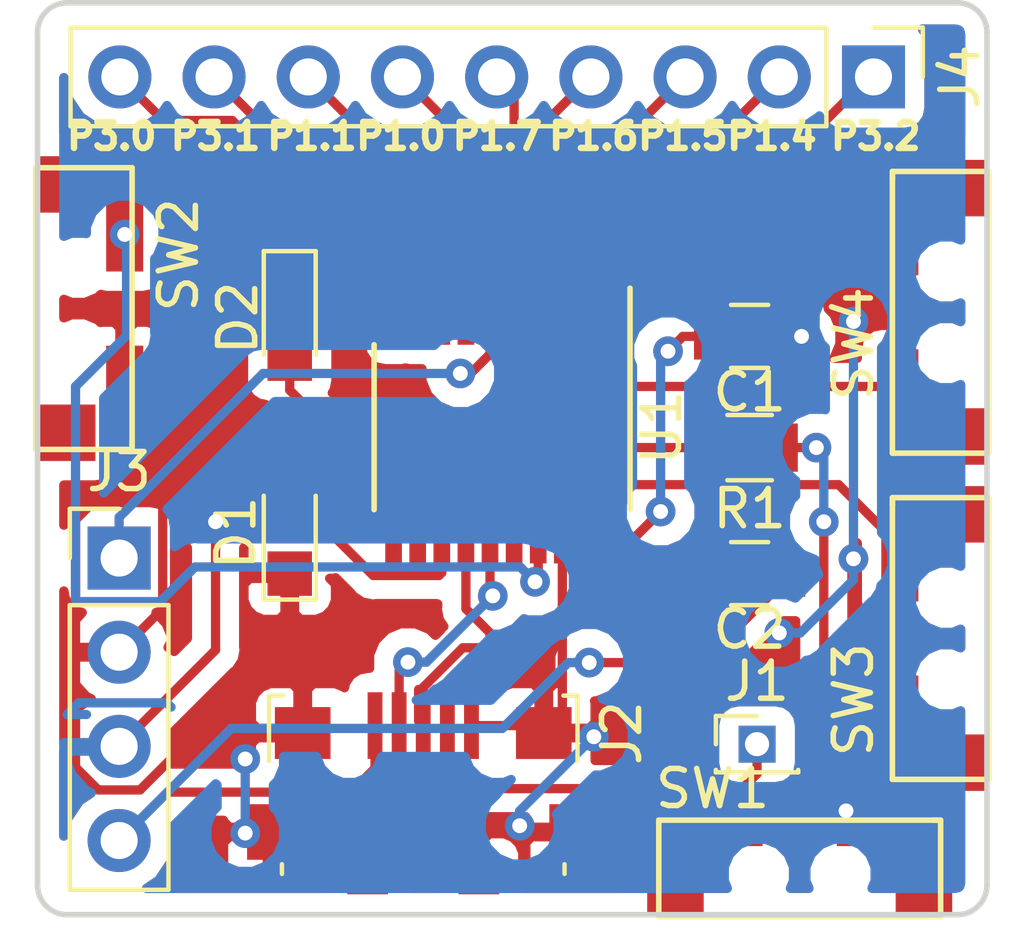
<source format=kicad_pcb>
(kicad_pcb (version 20171130) (host pcbnew 5.0.1)

  (general
    (thickness 1.6)
    (drawings 17)
    (tracks 163)
    (zones 0)
    (modules 14)
    (nets 25)
  )

  (page A4)
  (layers
    (0 F.Cu signal)
    (31 B.Cu signal)
    (32 B.Adhes user)
    (33 F.Adhes user)
    (34 B.Paste user)
    (35 F.Paste user)
    (36 B.SilkS user)
    (37 F.SilkS user)
    (38 B.Mask user)
    (39 F.Mask user)
    (40 Dwgs.User user hide)
    (41 Cmts.User user)
    (42 Eco1.User user)
    (43 Eco2.User user)
    (44 Edge.Cuts user)
    (45 Margin user)
    (46 B.CrtYd user hide)
    (47 F.CrtYd user hide)
    (48 B.Fab user)
    (49 F.Fab user hide)
  )

  (setup
    (last_trace_width 0.25)
    (trace_clearance 0.2)
    (zone_clearance 0.508)
    (zone_45_only no)
    (trace_min 0.2)
    (segment_width 0.2)
    (edge_width 0.15)
    (via_size 0.8)
    (via_drill 0.4)
    (via_min_size 0.4)
    (via_min_drill 0.3)
    (uvia_size 0.3)
    (uvia_drill 0.1)
    (uvias_allowed no)
    (uvia_min_size 0.2)
    (uvia_min_drill 0.1)
    (pcb_text_width 0.3)
    (pcb_text_size 1.5 1.5)
    (mod_edge_width 0.15)
    (mod_text_size 1 1)
    (mod_text_width 0.15)
    (pad_size 2 1)
    (pad_drill 0)
    (pad_to_mask_clearance 0.051)
    (solder_mask_min_width 0.25)
    (aux_axis_origin 0 0)
    (visible_elements FFFFFF7F)
    (pcbplotparams
      (layerselection 0x010fc_ffffffff)
      (usegerberextensions false)
      (usegerberattributes false)
      (usegerberadvancedattributes false)
      (creategerberjobfile false)
      (excludeedgelayer true)
      (linewidth 0.100000)
      (plotframeref false)
      (viasonmask false)
      (mode 1)
      (useauxorigin false)
      (hpglpennumber 1)
      (hpglpenspeed 20)
      (hpglpendiameter 15.000000)
      (psnegative false)
      (psa4output false)
      (plotreference true)
      (plotvalue true)
      (plotinvisibletext false)
      (padsonsilk false)
      (subtractmaskfromsilk false)
      (outputformat 1)
      (mirror false)
      (drillshape 0)
      (scaleselection 1)
      (outputdirectory "/home/william/Documents/Projects/CH552/Devboard/CH552Devboard/gerber/"))
  )

  (net 0 "")
  (net 1 +3V3)
  (net 2 "Net-(C1-Pad2)")
  (net 3 "Net-(C2-Pad2)")
  (net 4 VCC)
  (net 5 "Net-(D1-Pad2)")
  (net 6 VSS)
  (net 7 "Net-(D2-Pad2)")
  (net 8 D+)
  (net 9 D-)
  (net 10 "Net-(J2-Pad4)")
  (net 11 RST)
  (net 12 P3.2)
  (net 13 P1.4)
  (net 14 P1.5)
  (net 15 P1.6)
  (net 16 P1.7)
  (net 17 P3.0)
  (net 18 P3.1)
  (net 19 P1.1)
  (net 20 P1.0)
  (net 21 "Net-(R1-Pad1)")
  (net 22 B3)
  (net 23 B2)
  (net 24 B1)

  (net_class Default "This is the default net class."
    (clearance 0.2)
    (trace_width 0.25)
    (via_dia 0.8)
    (via_drill 0.4)
    (uvia_dia 0.3)
    (uvia_drill 0.1)
    (add_net +3V3)
    (add_net B1)
    (add_net B2)
    (add_net B3)
    (add_net D+)
    (add_net D-)
    (add_net "Net-(C1-Pad2)")
    (add_net "Net-(C2-Pad2)")
    (add_net "Net-(D1-Pad2)")
    (add_net "Net-(D2-Pad2)")
    (add_net "Net-(J2-Pad4)")
    (add_net "Net-(R1-Pad1)")
    (add_net P1.0)
    (add_net P1.1)
    (add_net P1.4)
    (add_net P1.5)
    (add_net P1.6)
    (add_net P1.7)
    (add_net P3.0)
    (add_net P3.1)
    (add_net P3.2)
    (add_net RST)
    (add_net VCC)
    (add_net VSS)
  )

  (module Capacitors_SMD:C_0805 (layer F.Cu) (tedit 58AA8463) (tstamp 5C81D749)
    (at 175.2 107 180)
    (descr "Capacitor SMD 0805, reflow soldering, AVX (see smccp.pdf)")
    (tags "capacitor 0805")
    (path /5C6DB905)
    (attr smd)
    (fp_text reference C1 (at 0 -1.5 180) (layer F.SilkS)
      (effects (font (size 1 1) (thickness 0.15)))
    )
    (fp_text value C_Small (at 0 1.75 180) (layer F.Fab)
      (effects (font (size 1 1) (thickness 0.15)))
    )
    (fp_text user %R (at 0 -1.5 180) (layer F.Fab)
      (effects (font (size 1 1) (thickness 0.15)))
    )
    (fp_line (start -1 0.62) (end -1 -0.62) (layer F.Fab) (width 0.1))
    (fp_line (start 1 0.62) (end -1 0.62) (layer F.Fab) (width 0.1))
    (fp_line (start 1 -0.62) (end 1 0.62) (layer F.Fab) (width 0.1))
    (fp_line (start -1 -0.62) (end 1 -0.62) (layer F.Fab) (width 0.1))
    (fp_line (start 0.5 -0.85) (end -0.5 -0.85) (layer F.SilkS) (width 0.12))
    (fp_line (start -0.5 0.85) (end 0.5 0.85) (layer F.SilkS) (width 0.12))
    (fp_line (start -1.75 -0.88) (end 1.75 -0.88) (layer F.CrtYd) (width 0.05))
    (fp_line (start -1.75 -0.88) (end -1.75 0.87) (layer F.CrtYd) (width 0.05))
    (fp_line (start 1.75 0.87) (end 1.75 -0.88) (layer F.CrtYd) (width 0.05))
    (fp_line (start 1.75 0.87) (end -1.75 0.87) (layer F.CrtYd) (width 0.05))
    (pad 1 smd rect (at -1 0 180) (size 1 1.25) (layers F.Cu F.Paste F.Mask)
      (net 1 +3V3))
    (pad 2 smd rect (at 1 0 180) (size 1 1.25) (layers F.Cu F.Paste F.Mask)
      (net 2 "Net-(C1-Pad2)"))
    (model Capacitors_SMD.3dshapes/C_0805.wrl
      (at (xyz 0 0 0))
      (scale (xyz 1 1 1))
      (rotate (xyz 0 0 0))
    )
  )

  (module Capacitors_SMD:C_0805 (layer F.Cu) (tedit 58AA8463) (tstamp 5C81D75A)
    (at 175.2 113.4 180)
    (descr "Capacitor SMD 0805, reflow soldering, AVX (see smccp.pdf)")
    (tags "capacitor 0805")
    (path /5C6DBA44)
    (attr smd)
    (fp_text reference C2 (at 0 -1.5 180) (layer F.SilkS)
      (effects (font (size 1 1) (thickness 0.15)))
    )
    (fp_text value C_Small (at 0 1.75 180) (layer F.Fab)
      (effects (font (size 1 1) (thickness 0.15)))
    )
    (fp_line (start 1.75 0.87) (end -1.75 0.87) (layer F.CrtYd) (width 0.05))
    (fp_line (start 1.75 0.87) (end 1.75 -0.88) (layer F.CrtYd) (width 0.05))
    (fp_line (start -1.75 -0.88) (end -1.75 0.87) (layer F.CrtYd) (width 0.05))
    (fp_line (start -1.75 -0.88) (end 1.75 -0.88) (layer F.CrtYd) (width 0.05))
    (fp_line (start -0.5 0.85) (end 0.5 0.85) (layer F.SilkS) (width 0.12))
    (fp_line (start 0.5 -0.85) (end -0.5 -0.85) (layer F.SilkS) (width 0.12))
    (fp_line (start -1 -0.62) (end 1 -0.62) (layer F.Fab) (width 0.1))
    (fp_line (start 1 -0.62) (end 1 0.62) (layer F.Fab) (width 0.1))
    (fp_line (start 1 0.62) (end -1 0.62) (layer F.Fab) (width 0.1))
    (fp_line (start -1 0.62) (end -1 -0.62) (layer F.Fab) (width 0.1))
    (fp_text user %R (at 0 -1.5 180) (layer F.Fab)
      (effects (font (size 1 1) (thickness 0.15)))
    )
    (pad 2 smd rect (at 1 0 180) (size 1 1.25) (layers F.Cu F.Paste F.Mask)
      (net 3 "Net-(C2-Pad2)"))
    (pad 1 smd rect (at -1 0 180) (size 1 1.25) (layers F.Cu F.Paste F.Mask)
      (net 4 VCC))
    (model Capacitors_SMD.3dshapes/C_0805.wrl
      (at (xyz 0 0 0))
      (scale (xyz 1 1 1))
      (rotate (xyz 0 0 0))
    )
  )

  (module LEDs:LED_0805 (layer F.Cu) (tedit 59959803) (tstamp 5C81D770)
    (at 162.8 112.3 90)
    (descr "LED 0805 smd package")
    (tags "LED led 0805 SMD smd SMT smt smdled SMDLED smtled SMTLED")
    (path /5C6D95BF)
    (attr smd)
    (fp_text reference D1 (at 0 -1.45 90) (layer F.SilkS)
      (effects (font (size 1 1) (thickness 0.15)))
    )
    (fp_text value LED (at 0 1.55 90) (layer F.Fab)
      (effects (font (size 1 1) (thickness 0.15)))
    )
    (fp_line (start -1.8 -0.7) (end -1.8 0.7) (layer F.SilkS) (width 0.12))
    (fp_line (start -0.4 -0.4) (end -0.4 0.4) (layer F.Fab) (width 0.1))
    (fp_line (start -0.4 0) (end 0.2 -0.4) (layer F.Fab) (width 0.1))
    (fp_line (start 0.2 0.4) (end -0.4 0) (layer F.Fab) (width 0.1))
    (fp_line (start 0.2 -0.4) (end 0.2 0.4) (layer F.Fab) (width 0.1))
    (fp_line (start 1 0.6) (end -1 0.6) (layer F.Fab) (width 0.1))
    (fp_line (start 1 -0.6) (end 1 0.6) (layer F.Fab) (width 0.1))
    (fp_line (start -1 -0.6) (end 1 -0.6) (layer F.Fab) (width 0.1))
    (fp_line (start -1 0.6) (end -1 -0.6) (layer F.Fab) (width 0.1))
    (fp_line (start -1.8 0.7) (end 1 0.7) (layer F.SilkS) (width 0.12))
    (fp_line (start -1.8 -0.7) (end 1 -0.7) (layer F.SilkS) (width 0.12))
    (fp_line (start 1.95 -0.85) (end 1.95 0.85) (layer F.CrtYd) (width 0.05))
    (fp_line (start 1.95 0.85) (end -1.95 0.85) (layer F.CrtYd) (width 0.05))
    (fp_line (start -1.95 0.85) (end -1.95 -0.85) (layer F.CrtYd) (width 0.05))
    (fp_line (start -1.95 -0.85) (end 1.95 -0.85) (layer F.CrtYd) (width 0.05))
    (fp_text user %R (at 0 -1.25 90) (layer F.Fab)
      (effects (font (size 0.4 0.4) (thickness 0.1)))
    )
    (pad 2 smd rect (at 1.1 0 270) (size 1.2 1.2) (layers F.Cu F.Paste F.Mask)
      (net 5 "Net-(D1-Pad2)"))
    (pad 1 smd rect (at -1.1 0 270) (size 1.2 1.2) (layers F.Cu F.Paste F.Mask)
      (net 6 VSS))
    (model ${KISYS3DMOD}/LEDs.3dshapes/LED_0805.wrl
      (at (xyz 0 0 0))
      (scale (xyz 1 1 1))
      (rotate (xyz 0 0 180))
    )
  )

  (module LEDs:LED_0805 (layer F.Cu) (tedit 59959803) (tstamp 5C81D786)
    (at 162.8 106.5 270)
    (descr "LED 0805 smd package")
    (tags "LED led 0805 SMD smd SMT smt smdled SMDLED smtled SMTLED")
    (path /5C6D961E)
    (attr smd)
    (fp_text reference D2 (at 0 1.4 270) (layer F.SilkS)
      (effects (font (size 1 1) (thickness 0.15)))
    )
    (fp_text value LED (at 0 1.55 270) (layer F.Fab)
      (effects (font (size 1 1) (thickness 0.15)))
    )
    (fp_text user %R (at 0 -1.25 270) (layer F.Fab)
      (effects (font (size 0.4 0.4) (thickness 0.1)))
    )
    (fp_line (start -1.95 -0.85) (end 1.95 -0.85) (layer F.CrtYd) (width 0.05))
    (fp_line (start -1.95 0.85) (end -1.95 -0.85) (layer F.CrtYd) (width 0.05))
    (fp_line (start 1.95 0.85) (end -1.95 0.85) (layer F.CrtYd) (width 0.05))
    (fp_line (start 1.95 -0.85) (end 1.95 0.85) (layer F.CrtYd) (width 0.05))
    (fp_line (start -1.8 -0.7) (end 1 -0.7) (layer F.SilkS) (width 0.12))
    (fp_line (start -1.8 0.7) (end 1 0.7) (layer F.SilkS) (width 0.12))
    (fp_line (start -1 0.6) (end -1 -0.6) (layer F.Fab) (width 0.1))
    (fp_line (start -1 -0.6) (end 1 -0.6) (layer F.Fab) (width 0.1))
    (fp_line (start 1 -0.6) (end 1 0.6) (layer F.Fab) (width 0.1))
    (fp_line (start 1 0.6) (end -1 0.6) (layer F.Fab) (width 0.1))
    (fp_line (start 0.2 -0.4) (end 0.2 0.4) (layer F.Fab) (width 0.1))
    (fp_line (start 0.2 0.4) (end -0.4 0) (layer F.Fab) (width 0.1))
    (fp_line (start -0.4 0) (end 0.2 -0.4) (layer F.Fab) (width 0.1))
    (fp_line (start -0.4 -0.4) (end -0.4 0.4) (layer F.Fab) (width 0.1))
    (fp_line (start -1.8 -0.7) (end -1.8 0.7) (layer F.SilkS) (width 0.12))
    (pad 1 smd rect (at -1.1 0 90) (size 1.2 1.2) (layers F.Cu F.Paste F.Mask)
      (net 6 VSS))
    (pad 2 smd rect (at 1.1 0 90) (size 1.2 1.2) (layers F.Cu F.Paste F.Mask)
      (net 7 "Net-(D2-Pad2)"))
    (model ${KISYS3DMOD}/LEDs.3dshapes/LED_0805.wrl
      (at (xyz 0 0 0))
      (scale (xyz 1 1 1))
      (rotate (xyz 0 0 180))
    )
  )

  (module Pin_Headers:Pin_Header_Straight_1x01_Pitch1.27mm (layer F.Cu) (tedit 59650535) (tstamp 5C81D79C)
    (at 175.4 118)
    (descr "Through hole straight pin header, 1x01, 1.27mm pitch, single row")
    (tags "Through hole pin header THT 1x01 1.27mm single row")
    (path /5C6D88B2)
    (fp_text reference J1 (at 0 -1.695) (layer F.SilkS)
      (effects (font (size 1 1) (thickness 0.15)))
    )
    (fp_text value D+ (at 0 1.695) (layer F.Fab)
      (effects (font (size 1 1) (thickness 0.15)))
    )
    (fp_line (start -0.525 -0.635) (end 1.05 -0.635) (layer F.Fab) (width 0.1))
    (fp_line (start 1.05 -0.635) (end 1.05 0.635) (layer F.Fab) (width 0.1))
    (fp_line (start 1.05 0.635) (end -1.05 0.635) (layer F.Fab) (width 0.1))
    (fp_line (start -1.05 0.635) (end -1.05 -0.11) (layer F.Fab) (width 0.1))
    (fp_line (start -1.05 -0.11) (end -0.525 -0.635) (layer F.Fab) (width 0.1))
    (fp_line (start -1.11 0.76) (end 1.11 0.76) (layer F.SilkS) (width 0.12))
    (fp_line (start -1.11 0.76) (end -1.11 0.695) (layer F.SilkS) (width 0.12))
    (fp_line (start 1.11 0.76) (end 1.11 0.695) (layer F.SilkS) (width 0.12))
    (fp_line (start -1.11 0.76) (end -0.563471 0.76) (layer F.SilkS) (width 0.12))
    (fp_line (start 0.563471 0.76) (end 1.11 0.76) (layer F.SilkS) (width 0.12))
    (fp_line (start -1.11 0) (end -1.11 -0.76) (layer F.SilkS) (width 0.12))
    (fp_line (start -1.11 -0.76) (end 0 -0.76) (layer F.SilkS) (width 0.12))
    (fp_line (start -1.55 -1.15) (end -1.55 1.15) (layer F.CrtYd) (width 0.05))
    (fp_line (start -1.55 1.15) (end 1.55 1.15) (layer F.CrtYd) (width 0.05))
    (fp_line (start 1.55 1.15) (end 1.55 -1.15) (layer F.CrtYd) (width 0.05))
    (fp_line (start 1.55 -1.15) (end -1.55 -1.15) (layer F.CrtYd) (width 0.05))
    (fp_text user %R (at 0 0 90) (layer F.Fab)
      (effects (font (size 1 1) (thickness 0.15)))
    )
    (pad 1 thru_hole rect (at 0 0) (size 1 1) (drill 0.65) (layers *.Cu *.Mask)
      (net 8 D+))
    (model ${KISYS3DMOD}/Pin_Headers.3dshapes/Pin_Header_Straight_1x01_Pitch1.27mm.wrl
      (at (xyz 0 0 0))
      (scale (xyz 1 1 1))
      (rotate (xyz 0 0 0))
    )
  )

  (module Connectors_USB:USB_Micro-B_Jing (layer F.Cu) (tedit 5C6CDA85) (tstamp 5C81D7BE)
    (at 166.4 119.6)
    (descr "Micro USB B receptable with flange, bottom-mount, SMD, right-angle (http://www.molex.com/pdm_docs/sd/473460001_sd.pdf)")
    (tags "Micro B USB SMD")
    (path /5C6DB2C8)
    (attr smd)
    (fp_text reference J2 (at 5.35 -1.9 270) (layer F.SilkS)
      (effects (font (size 1 1) (thickness 0.15)))
    )
    (fp_text value USB_B_Micro (at 0.05 4.65 180) (layer F.Fab)
      (effects (font (size 1 1) (thickness 0.15)))
    )
    (fp_text user "PCB Edge" (at 0 3.02 180) (layer Dwgs.User)
      (effects (font (size 0.4 0.4) (thickness 0.04)))
    )
    (fp_text user %R (at 5.35 -1.9 90) (layer F.Fab)
      (effects (font (size 1 1) (thickness 0.15)))
    )
    (fp_line (start 4.16 -2.91) (end 3.78 -2.91) (layer F.SilkS) (width 0.12))
    (fp_line (start 4.6 2.7) (end -4.6 2.7) (layer F.CrtYd) (width 0.05))
    (fp_line (start 4.6 -3.9) (end 4.6 2.7) (layer F.CrtYd) (width 0.05))
    (fp_line (start -4.6 -3.9) (end 4.6 -3.9) (layer F.CrtYd) (width 0.05))
    (fp_line (start -4.6 2.7) (end -4.6 -3.9) (layer F.CrtYd) (width 0.05))
    (fp_line (start 3.75 2.15) (end -3.75 2.15) (layer F.Fab) (width 0.1))
    (fp_line (start 3.75 -2.85) (end 3.75 2.15) (layer F.Fab) (width 0.1))
    (fp_line (start -3.75 -2.85) (end 3.75 -2.85) (layer F.Fab) (width 0.1))
    (fp_line (start -3.75 2.15) (end -3.75 -2.85) (layer F.Fab) (width 0.1))
    (fp_line (start 3.81 1.64) (end 3.81 1.9) (layer F.SilkS) (width 0.12))
    (fp_line (start 4.16 -2.91) (end 4.16 -1.14) (layer F.SilkS) (width 0.12))
    (fp_line (start -4.16 -2.91) (end -3.78 -2.91) (layer F.SilkS) (width 0.12))
    (fp_line (start -4.16 -1.14) (end -4.16 -2.91) (layer F.SilkS) (width 0.12))
    (fp_line (start -3.81 1.9) (end -3.81 1.64) (layer F.SilkS) (width 0.12))
    (fp_line (start -3.25 3) (end 3.25 3) (layer F.Fab) (width 0.1))
    (pad 6 smd rect (at -3.25 -1.9) (size 1.5 1.4) (layers F.Cu F.Paste F.Mask)
      (net 6 VSS))
    (pad 6 smd rect (at 3.25 -1.9) (size 1.5 1.4) (layers F.Cu F.Paste F.Mask)
      (net 6 VSS))
    (pad 3 smd rect (at 0 -2.1) (size 0.4 1.8) (layers F.Cu F.Paste F.Mask)
      (net 8 D+))
    (pad 2 smd rect (at -0.65 -2.1) (size 0.4 1.8) (layers F.Cu F.Paste F.Mask)
      (net 9 D-))
    (pad 4 smd rect (at 0.65 -2.1) (size 0.4 1.8) (layers F.Cu F.Paste F.Mask)
      (net 10 "Net-(J2-Pad4)"))
    (pad 1 smd rect (at -1.3 -2.1) (size 0.4 1.8) (layers F.Cu F.Paste F.Mask)
      (net 4 VCC))
    (pad 5 smd rect (at 1.3 -2.1) (size 0.4 1.8) (layers F.Cu F.Paste F.Mask)
      (net 6 VSS))
    (pad "" np_thru_hole circle (at -2 -1.45) (size 0.5 0.5) (drill 0.5) (layers *.Cu *.Mask))
    (pad "" np_thru_hole circle (at 2 -1.45) (size 0.5 0.5) (drill 0.5) (layers *.Cu *.Mask))
    (pad 6 smd rect (at -4.075 0.77) (size 1.35 1.5) (layers F.Cu F.Paste F.Mask)
      (net 6 VSS))
    (pad 6 smd rect (at 4.075 0.77) (size 1.35 1.5) (layers F.Cu F.Paste F.Mask)
      (net 6 VSS))
    (pad 6 smd rect (at -1.5 1.95) (size 1.1 1) (layers F.Cu F.Paste F.Mask)
      (net 6 VSS))
    (pad 6 smd rect (at 1.5 1.95) (size 1.1 1) (layers F.Cu F.Paste F.Mask)
      (net 6 VSS))
    (model ${KISYS3DMOD}/Connectors_USB.3dshapes/USB_Micro-B_Molex_47346-0001.wrl
      (at (xyz 0 0 0))
      (scale (xyz 1 1 1))
      (rotate (xyz 0 0 0))
    )
  )

  (module Pin_Headers:Pin_Header_Straight_1x04_Pitch2.54mm (layer F.Cu) (tedit 59650532) (tstamp 5C81D7D6)
    (at 158.2 112.98)
    (descr "Through hole straight pin header, 1x04, 2.54mm pitch, single row")
    (tags "Through hole pin header THT 1x04 2.54mm single row")
    (path /5C6D8A19)
    (fp_text reference J3 (at 0 -2.33) (layer F.SilkS)
      (effects (font (size 1 1) (thickness 0.15)))
    )
    (fp_text value System (at 0 9.95) (layer F.Fab)
      (effects (font (size 1 1) (thickness 0.15)))
    )
    (fp_line (start -0.635 -1.27) (end 1.27 -1.27) (layer F.Fab) (width 0.1))
    (fp_line (start 1.27 -1.27) (end 1.27 8.89) (layer F.Fab) (width 0.1))
    (fp_line (start 1.27 8.89) (end -1.27 8.89) (layer F.Fab) (width 0.1))
    (fp_line (start -1.27 8.89) (end -1.27 -0.635) (layer F.Fab) (width 0.1))
    (fp_line (start -1.27 -0.635) (end -0.635 -1.27) (layer F.Fab) (width 0.1))
    (fp_line (start -1.33 8.95) (end 1.33 8.95) (layer F.SilkS) (width 0.12))
    (fp_line (start -1.33 1.27) (end -1.33 8.95) (layer F.SilkS) (width 0.12))
    (fp_line (start 1.33 1.27) (end 1.33 8.95) (layer F.SilkS) (width 0.12))
    (fp_line (start -1.33 1.27) (end 1.33 1.27) (layer F.SilkS) (width 0.12))
    (fp_line (start -1.33 0) (end -1.33 -1.33) (layer F.SilkS) (width 0.12))
    (fp_line (start -1.33 -1.33) (end 0 -1.33) (layer F.SilkS) (width 0.12))
    (fp_line (start -1.8 -1.8) (end -1.8 9.4) (layer F.CrtYd) (width 0.05))
    (fp_line (start -1.8 9.4) (end 1.8 9.4) (layer F.CrtYd) (width 0.05))
    (fp_line (start 1.8 9.4) (end 1.8 -1.8) (layer F.CrtYd) (width 0.05))
    (fp_line (start 1.8 -1.8) (end -1.8 -1.8) (layer F.CrtYd) (width 0.05))
    (fp_text user %R (at 0 3.81 90) (layer F.Fab)
      (effects (font (size 1 1) (thickness 0.15)))
    )
    (pad 1 thru_hole rect (at 0 0) (size 1.7 1.7) (drill 1) (layers *.Cu *.Mask)
      (net 11 RST))
    (pad 2 thru_hole oval (at 0 2.54) (size 1.7 1.7) (drill 1) (layers *.Cu *.Mask)
      (net 6 VSS))
    (pad 3 thru_hole oval (at 0 5.08) (size 1.7 1.7) (drill 1) (layers *.Cu *.Mask)
      (net 1 +3V3))
    (pad 4 thru_hole oval (at 0 7.62) (size 1.7 1.7) (drill 1) (layers *.Cu *.Mask)
      (net 4 VCC))
    (model ${KISYS3DMOD}/Pin_Headers.3dshapes/Pin_Header_Straight_1x04_Pitch2.54mm.wrl
      (at (xyz 0 0 0))
      (scale (xyz 1 1 1))
      (rotate (xyz 0 0 0))
    )
  )

  (module Resistors_SMD:R_0805 (layer F.Cu) (tedit 58E0A804) (tstamp 5C81D818)
    (at 175.2 110 180)
    (descr "Resistor SMD 0805, reflow soldering, Vishay (see dcrcw.pdf)")
    (tags "resistor 0805")
    (path /5C6D86DC)
    (attr smd)
    (fp_text reference R1 (at 0 -1.65 180) (layer F.SilkS)
      (effects (font (size 1 1) (thickness 0.15)))
    )
    (fp_text value 10k (at 0 1.75 180) (layer F.Fab)
      (effects (font (size 1 1) (thickness 0.15)))
    )
    (fp_text user %R (at 0 0 180) (layer F.Fab)
      (effects (font (size 0.5 0.5) (thickness 0.075)))
    )
    (fp_line (start -1 0.62) (end -1 -0.62) (layer F.Fab) (width 0.1))
    (fp_line (start 1 0.62) (end -1 0.62) (layer F.Fab) (width 0.1))
    (fp_line (start 1 -0.62) (end 1 0.62) (layer F.Fab) (width 0.1))
    (fp_line (start -1 -0.62) (end 1 -0.62) (layer F.Fab) (width 0.1))
    (fp_line (start 0.6 0.88) (end -0.6 0.88) (layer F.SilkS) (width 0.12))
    (fp_line (start -0.6 -0.88) (end 0.6 -0.88) (layer F.SilkS) (width 0.12))
    (fp_line (start -1.55 -0.9) (end 1.55 -0.9) (layer F.CrtYd) (width 0.05))
    (fp_line (start -1.55 -0.9) (end -1.55 0.9) (layer F.CrtYd) (width 0.05))
    (fp_line (start 1.55 0.9) (end 1.55 -0.9) (layer F.CrtYd) (width 0.05))
    (fp_line (start 1.55 0.9) (end -1.55 0.9) (layer F.CrtYd) (width 0.05))
    (pad 1 smd rect (at -0.95 0 180) (size 0.7 1.3) (layers F.Cu F.Paste F.Mask)
      (net 21 "Net-(R1-Pad1)"))
    (pad 2 smd rect (at 0.95 0 180) (size 0.7 1.3) (layers F.Cu F.Paste F.Mask)
      (net 8 D+))
    (model ${KISYS3DMOD}/Resistors_SMD.3dshapes/R_0805.wrl
      (at (xyz 0 0 0))
      (scale (xyz 1 1 1))
      (rotate (xyz 0 0 0))
    )
  )

  (module CH552:Ali_button (layer F.Cu) (tedit 5C6DAB6E) (tstamp 5C81D84E)
    (at 180.65 115 90)
    (path /5C6DA071)
    (fp_text reference SW3 (at -1.8 -2.65 90) (layer F.SilkS)
      (effects (font (size 1 1) (thickness 0.15)))
    )
    (fp_text value SW_Push (at -0.15 -3.15 90) (layer F.Fab)
      (effects (font (size 1 1) (thickness 0.15)))
    )
    (fp_line (start -3.95 -1.6) (end 3.55 -1.6) (layer F.SilkS) (width 0.15))
    (fp_line (start -3.95 1) (end 3.55 1) (layer F.SilkS) (width 0.15))
    (fp_line (start -3.5 1) (end 3.1 1) (layer F.CrtYd) (width 0.15))
    (fp_text user "PCB Edge" (at -0.05 1.45 90) (layer F.CrtYd)
      (effects (font (size 0.5 0.5) (thickness 0.125)))
    )
    (fp_line (start 3.65 -1.6) (end 3.65 1) (layer F.SilkS) (width 0.15))
    (fp_line (start 3.65 1) (end 3.35 1) (layer F.SilkS) (width 0.15))
    (fp_line (start 3.65 -1.6) (end 3.45 -1.6) (layer F.SilkS) (width 0.15))
    (fp_line (start -3.95 -1.6) (end -3.95 1) (layer F.SilkS) (width 0.15))
    (pad 3 smd rect (at 3.2 0.15 90) (size 1.524 1.524) (layers F.Cu F.Paste F.Mask))
    (pad 3 smd rect (at -3.5 0.15 90) (size 1.524 1.524) (layers F.Cu F.Paste F.Mask))
    (pad "" np_thru_hole circle (at -1.25 -0.15 90) (size 0.6 0.6) (drill 0.6) (layers *.Cu *.Mask))
    (pad "" np_thru_hole circle (at 0.95 -0.15 90) (size 0.6 0.6) (drill 0.6) (layers *.Cu *.Mask))
    (pad 1 smd rect (at 1.85 -1.4 90) (size 2 1) (layers F.Cu F.Paste F.Mask)
      (net 23 B2))
    (pad 2 smd rect (at -2.15 -1.4 90) (size 2 1) (layers F.Cu F.Paste F.Mask)
      (net 6 VSS))
  )

  (module Housings_SSOP:TSSOP-20_4.4x6.5mm_Pitch0.65mm (layer F.Cu) (tedit 54130A77) (tstamp 5C81D884)
    (at 168.525 109.45 270)
    (descr "20-Lead Plastic Thin Shrink Small Outline (ST)-4.4 mm Body [TSSOP] (see Microchip Packaging Specification 00000049BS.pdf)")
    (tags "SSOP 0.65")
    (path /5C6D8296)
    (attr smd)
    (fp_text reference U1 (at 0 -4.3 270) (layer F.SilkS)
      (effects (font (size 1 1) (thickness 0.15)))
    )
    (fp_text value CH552T (at 0 4.3 270) (layer F.Fab)
      (effects (font (size 1 1) (thickness 0.15)))
    )
    (fp_line (start -1.2 -3.25) (end 2.2 -3.25) (layer F.Fab) (width 0.15))
    (fp_line (start 2.2 -3.25) (end 2.2 3.25) (layer F.Fab) (width 0.15))
    (fp_line (start 2.2 3.25) (end -2.2 3.25) (layer F.Fab) (width 0.15))
    (fp_line (start -2.2 3.25) (end -2.2 -2.25) (layer F.Fab) (width 0.15))
    (fp_line (start -2.2 -2.25) (end -1.2 -3.25) (layer F.Fab) (width 0.15))
    (fp_line (start -3.95 -3.55) (end -3.95 3.55) (layer F.CrtYd) (width 0.05))
    (fp_line (start 3.95 -3.55) (end 3.95 3.55) (layer F.CrtYd) (width 0.05))
    (fp_line (start -3.95 -3.55) (end 3.95 -3.55) (layer F.CrtYd) (width 0.05))
    (fp_line (start -3.95 3.55) (end 3.95 3.55) (layer F.CrtYd) (width 0.05))
    (fp_line (start -2.225 3.45) (end 2.225 3.45) (layer F.SilkS) (width 0.15))
    (fp_line (start -3.75 -3.45) (end 2.225 -3.45) (layer F.SilkS) (width 0.15))
    (fp_text user %R (at 0 0 270) (layer F.Fab)
      (effects (font (size 0.8 0.8) (thickness 0.15)))
    )
    (pad 1 smd rect (at -2.95 -2.925 270) (size 1.45 0.45) (layers F.Cu F.Paste F.Mask)
      (net 12 P3.2))
    (pad 2 smd rect (at -2.95 -2.275 270) (size 1.45 0.45) (layers F.Cu F.Paste F.Mask)
      (net 13 P1.4))
    (pad 3 smd rect (at -2.95 -1.625 270) (size 1.45 0.45) (layers F.Cu F.Paste F.Mask)
      (net 14 P1.5))
    (pad 4 smd rect (at -2.95 -0.975 270) (size 1.45 0.45) (layers F.Cu F.Paste F.Mask)
      (net 15 P1.6))
    (pad 5 smd rect (at -2.95 -0.325 270) (size 1.45 0.45) (layers F.Cu F.Paste F.Mask)
      (net 16 P1.7))
    (pad 6 smd rect (at -2.95 0.325 270) (size 1.45 0.45) (layers F.Cu F.Paste F.Mask)
      (net 11 RST))
    (pad 7 smd rect (at -2.95 0.975 270) (size 1.45 0.45) (layers F.Cu F.Paste F.Mask)
      (net 20 P1.0))
    (pad 8 smd rect (at -2.95 1.625 270) (size 1.45 0.45) (layers F.Cu F.Paste F.Mask)
      (net 19 P1.1))
    (pad 9 smd rect (at -2.95 2.275 270) (size 1.45 0.45) (layers F.Cu F.Paste F.Mask)
      (net 18 P3.1))
    (pad 10 smd rect (at -2.95 2.925 270) (size 1.45 0.45) (layers F.Cu F.Paste F.Mask)
      (net 17 P3.0))
    (pad 11 smd rect (at 2.95 2.925 270) (size 1.45 0.45) (layers F.Cu F.Paste F.Mask)
      (net 7 "Net-(D2-Pad2)"))
    (pad 12 smd rect (at 2.95 2.275 270) (size 1.45 0.45) (layers F.Cu F.Paste F.Mask)
      (net 24 B1))
    (pad 13 smd rect (at 2.95 1.625 270) (size 1.45 0.45) (layers F.Cu F.Paste F.Mask)
      (net 5 "Net-(D1-Pad2)"))
    (pad 14 smd rect (at 2.95 0.975 270) (size 1.45 0.45) (layers F.Cu F.Paste F.Mask)
      (net 8 D+))
    (pad 15 smd rect (at 2.95 0.325 270) (size 1.45 0.45) (layers F.Cu F.Paste F.Mask)
      (net 9 D-))
    (pad 16 smd rect (at 2.95 -0.325 270) (size 1.45 0.45) (layers F.Cu F.Paste F.Mask)
      (net 23 B2))
    (pad 17 smd rect (at 2.95 -0.975 270) (size 1.45 0.45) (layers F.Cu F.Paste F.Mask)
      (net 22 B3))
    (pad 18 smd rect (at 2.95 -1.625 270) (size 1.45 0.45) (layers F.Cu F.Paste F.Mask)
      (net 6 VSS))
    (pad 19 smd rect (at 2.95 -2.275 270) (size 1.45 0.45) (layers F.Cu F.Paste F.Mask)
      (net 3 "Net-(C2-Pad2)"))
    (pad 20 smd rect (at 2.95 -2.925 270) (size 1.45 0.45) (layers F.Cu F.Paste F.Mask)
      (net 2 "Net-(C1-Pad2)"))
    (model ${KISYS3DMOD}/Housings_SSOP.3dshapes/TSSOP-20_4.4x6.5mm_Pitch0.65mm.wrl
      (at (xyz 0 0 0))
      (scale (xyz 1 1 1))
      (rotate (xyz 0 0 0))
    )
  )

  (module CH552:Ali_button (layer F.Cu) (tedit 5C6DA121) (tstamp 5C81DDF7)
    (at 176.7 121.65)
    (path /5C6D94AE)
    (fp_text reference SW1 (at -2.5 -2.45) (layer F.SilkS)
      (effects (font (size 1 1) (thickness 0.15)))
    )
    (fp_text value SW_Push (at -0.15 -3.15) (layer F.Fab)
      (effects (font (size 1 1) (thickness 0.15)))
    )
    (fp_line (start -3.95 -1.6) (end 3.55 -1.6) (layer F.SilkS) (width 0.15))
    (fp_line (start -3.95 1) (end 3.55 1) (layer F.SilkS) (width 0.15))
    (fp_line (start -3.5 1) (end 3.1 1) (layer F.CrtYd) (width 0.15))
    (fp_text user "PCB Edge" (at -0.05 1.45) (layer F.CrtYd)
      (effects (font (size 0.5 0.5) (thickness 0.125)))
    )
    (fp_line (start 3.65 -1.6) (end 3.65 1) (layer F.SilkS) (width 0.15))
    (fp_line (start 3.65 1) (end 3.35 1) (layer F.SilkS) (width 0.15))
    (fp_line (start 3.65 -1.6) (end 3.45 -1.6) (layer F.SilkS) (width 0.15))
    (fp_line (start -3.95 -1.6) (end -3.95 1) (layer F.SilkS) (width 0.15))
    (pad 3 smd rect (at 3.2 0.15) (size 1.524 1.524) (layers F.Cu F.Paste F.Mask))
    (pad 3 smd rect (at -3.5 0.15) (size 1.524 1.524) (layers F.Cu F.Paste F.Mask))
    (pad "" np_thru_hole circle (at -1.25 -0.15) (size 0.6 0.6) (drill 0.6) (layers *.Cu *.Mask))
    (pad "" np_thru_hole circle (at 0.95 -0.15) (size 0.6 0.6) (drill 0.6) (layers *.Cu *.Mask))
    (pad 2 smd rect (at 1.85 -1.4) (size 2 1) (layers F.Cu F.Paste F.Mask)
      (net 1 +3V3))
    (pad 1 smd rect (at -2.15 -1.4) (size 2 1) (layers F.Cu F.Paste F.Mask)
      (net 21 "Net-(R1-Pad1)"))
  )

  (module CH552:Ali_button (layer F.Cu) (tedit 5C6DA121) (tstamp 5C81DE09)
    (at 156.95 106.4 270)
    (path /5C6D9FD0)
    (fp_text reference SW2 (at -1.6 -2.85 270) (layer F.SilkS)
      (effects (font (size 1 1) (thickness 0.15)))
    )
    (fp_text value SW_Push (at -0.15 -3.15 270) (layer F.Fab)
      (effects (font (size 1 1) (thickness 0.15)))
    )
    (fp_line (start -3.95 -1.6) (end -3.95 1) (layer F.SilkS) (width 0.15))
    (fp_line (start 3.65 -1.6) (end 3.45 -1.6) (layer F.SilkS) (width 0.15))
    (fp_line (start 3.65 1) (end 3.35 1) (layer F.SilkS) (width 0.15))
    (fp_line (start 3.65 -1.6) (end 3.65 1) (layer F.SilkS) (width 0.15))
    (fp_text user "PCB Edge" (at -0.05 1.45 270) (layer F.CrtYd)
      (effects (font (size 0.5 0.5) (thickness 0.125)))
    )
    (fp_line (start -3.5 1) (end 3.1 1) (layer F.CrtYd) (width 0.15))
    (fp_line (start -3.95 1) (end 3.55 1) (layer F.SilkS) (width 0.15))
    (fp_line (start -3.95 -1.6) (end 3.55 -1.6) (layer F.SilkS) (width 0.15))
    (pad 1 smd rect (at -2.15 -1.4 270) (size 2 1) (layers F.Cu F.Paste F.Mask)
      (net 22 B3))
    (pad 2 smd rect (at 1.85 -1.4 270) (size 2 1) (layers F.Cu F.Paste F.Mask)
      (net 6 VSS))
    (pad "" np_thru_hole circle (at 0.95 -0.15 270) (size 0.6 0.6) (drill 0.6) (layers *.Cu *.Mask))
    (pad "" np_thru_hole circle (at -1.25 -0.15 270) (size 0.6 0.6) (drill 0.6) (layers *.Cu *.Mask))
    (pad 3 smd rect (at -3.5 0.15 270) (size 1.524 1.524) (layers F.Cu F.Paste F.Mask))
    (pad 3 smd rect (at 3.2 0.15 270) (size 1.524 1.524) (layers F.Cu F.Paste F.Mask))
  )

  (module CH552:Ali_button (layer F.Cu) (tedit 5C6DA121) (tstamp 5C81DE1B)
    (at 180.65 106.2 90)
    (path /5C6DA0E1)
    (fp_text reference SW4 (at -1 -2.65 90) (layer F.SilkS)
      (effects (font (size 1 1) (thickness 0.15)))
    )
    (fp_text value SW_Push (at -0.15 -3.15 90) (layer F.Fab)
      (effects (font (size 1 1) (thickness 0.15)))
    )
    (fp_line (start -3.95 -1.6) (end 3.55 -1.6) (layer F.SilkS) (width 0.15))
    (fp_line (start -3.95 1) (end 3.55 1) (layer F.SilkS) (width 0.15))
    (fp_line (start -3.5 1) (end 3.1 1) (layer F.CrtYd) (width 0.15))
    (fp_text user "PCB Edge" (at -0.05 1.45 90) (layer F.CrtYd)
      (effects (font (size 0.5 0.5) (thickness 0.125)))
    )
    (fp_line (start 3.65 -1.6) (end 3.65 1) (layer F.SilkS) (width 0.15))
    (fp_line (start 3.65 1) (end 3.35 1) (layer F.SilkS) (width 0.15))
    (fp_line (start 3.65 -1.6) (end 3.45 -1.6) (layer F.SilkS) (width 0.15))
    (fp_line (start -3.95 -1.6) (end -3.95 1) (layer F.SilkS) (width 0.15))
    (pad 3 smd rect (at 3.2 0.15 90) (size 1.524 1.524) (layers F.Cu F.Paste F.Mask))
    (pad 3 smd rect (at -3.5 0.15 90) (size 1.524 1.524) (layers F.Cu F.Paste F.Mask))
    (pad "" np_thru_hole circle (at -1.25 -0.15 90) (size 0.6 0.6) (drill 0.6) (layers *.Cu *.Mask))
    (pad "" np_thru_hole circle (at 0.95 -0.15 90) (size 0.6 0.6) (drill 0.6) (layers *.Cu *.Mask))
    (pad 2 smd rect (at 1.85 -1.4 90) (size 2 1) (layers F.Cu F.Paste F.Mask)
      (net 6 VSS))
    (pad 1 smd rect (at -2.15 -1.4 90) (size 2 1) (layers F.Cu F.Paste F.Mask)
      (net 24 B1))
  )

  (module Pin_Headers:Pin_Header_Straight_1x09_Pitch2.54mm (layer F.Cu) (tedit 59650532) (tstamp 5C8B8B5A)
    (at 178.54 100 270)
    (descr "Through hole straight pin header, 1x09, 2.54mm pitch, single row")
    (tags "Through hole pin header THT 1x09 2.54mm single row")
    (path /5C6DC28D)
    (fp_text reference J4 (at 0 -2.33 270) (layer F.SilkS)
      (effects (font (size 1 1) (thickness 0.15)))
    )
    (fp_text value GPIO (at 0 22.65 270) (layer F.Fab)
      (effects (font (size 1 1) (thickness 0.15)))
    )
    (fp_line (start -0.635 -1.27) (end 1.27 -1.27) (layer F.Fab) (width 0.1))
    (fp_line (start 1.27 -1.27) (end 1.27 21.59) (layer F.Fab) (width 0.1))
    (fp_line (start 1.27 21.59) (end -1.27 21.59) (layer F.Fab) (width 0.1))
    (fp_line (start -1.27 21.59) (end -1.27 -0.635) (layer F.Fab) (width 0.1))
    (fp_line (start -1.27 -0.635) (end -0.635 -1.27) (layer F.Fab) (width 0.1))
    (fp_line (start -1.33 21.65) (end 1.33 21.65) (layer F.SilkS) (width 0.12))
    (fp_line (start -1.33 1.27) (end -1.33 21.65) (layer F.SilkS) (width 0.12))
    (fp_line (start 1.33 1.27) (end 1.33 21.65) (layer F.SilkS) (width 0.12))
    (fp_line (start -1.33 1.27) (end 1.33 1.27) (layer F.SilkS) (width 0.12))
    (fp_line (start -1.33 0) (end -1.33 -1.33) (layer F.SilkS) (width 0.12))
    (fp_line (start -1.33 -1.33) (end 0 -1.33) (layer F.SilkS) (width 0.12))
    (fp_line (start -1.8 -1.8) (end -1.8 22.1) (layer F.CrtYd) (width 0.05))
    (fp_line (start -1.8 22.1) (end 1.8 22.1) (layer F.CrtYd) (width 0.05))
    (fp_line (start 1.8 22.1) (end 1.8 -1.8) (layer F.CrtYd) (width 0.05))
    (fp_line (start 1.8 -1.8) (end -1.8 -1.8) (layer F.CrtYd) (width 0.05))
    (fp_text user %R (at 0 10.16) (layer F.Fab)
      (effects (font (size 1 1) (thickness 0.15)))
    )
    (pad 1 thru_hole rect (at 0 0 270) (size 1.7 1.7) (drill 1) (layers *.Cu *.Mask)
      (net 12 P3.2))
    (pad 2 thru_hole oval (at 0 2.54 270) (size 1.7 1.7) (drill 1) (layers *.Cu *.Mask)
      (net 13 P1.4))
    (pad 3 thru_hole oval (at 0 5.08 270) (size 1.7 1.7) (drill 1) (layers *.Cu *.Mask)
      (net 14 P1.5))
    (pad 4 thru_hole oval (at 0 7.62 270) (size 1.7 1.7) (drill 1) (layers *.Cu *.Mask)
      (net 15 P1.6))
    (pad 5 thru_hole oval (at 0 10.16 270) (size 1.7 1.7) (drill 1) (layers *.Cu *.Mask)
      (net 16 P1.7))
    (pad 6 thru_hole oval (at 0 12.7 270) (size 1.7 1.7) (drill 1) (layers *.Cu *.Mask)
      (net 20 P1.0))
    (pad 7 thru_hole oval (at 0 15.24 270) (size 1.7 1.7) (drill 1) (layers *.Cu *.Mask)
      (net 19 P1.1))
    (pad 8 thru_hole oval (at 0 17.78 270) (size 1.7 1.7) (drill 1) (layers *.Cu *.Mask)
      (net 18 P3.1))
    (pad 9 thru_hole oval (at 0 20.32 270) (size 1.7 1.7) (drill 1) (layers *.Cu *.Mask)
      (net 17 P3.0))
    (model ${KISYS3DMOD}/Pin_Headers.3dshapes/Pin_Header_Straight_1x09_Pitch2.54mm.wrl
      (at (xyz 0 0 0))
      (scale (xyz 1 1 1))
      (rotate (xyz 0 0 0))
    )
  )

  (gr_text P3.2 (at 178.6 101.6) (layer F.SilkS)
    (effects (font (size 0.7 0.7) (thickness 0.175)))
  )
  (gr_text P1.4 (at 175.8 101.6) (layer F.SilkS)
    (effects (font (size 0.7 0.7) (thickness 0.175)))
  )
  (gr_text P1.5 (at 173.4 101.6) (layer F.SilkS)
    (effects (font (size 0.7 0.7) (thickness 0.175)))
  )
  (gr_text P1.6 (at 171 101.6) (layer F.SilkS)
    (effects (font (size 0.7 0.7) (thickness 0.175)))
  )
  (gr_text P1.7 (at 168.4 101.6) (layer F.SilkS)
    (effects (font (size 0.7 0.7) (thickness 0.175)))
  )
  (gr_text P1.0 (at 165.8 101.6) (layer F.SilkS)
    (effects (font (size 0.7 0.7) (thickness 0.175)))
  )
  (gr_text P1.1 (at 163.4 101.6) (layer F.SilkS)
    (effects (font (size 0.7 0.7) (thickness 0.175)))
  )
  (gr_text P3.1 (at 160.8 101.6) (layer F.SilkS)
    (effects (font (size 0.7 0.7) (thickness 0.175)))
  )
  (gr_text "P3.0\n" (at 158 101.6) (layer F.SilkS)
    (effects (font (size 0.7 0.7) (thickness 0.175)))
  )
  (gr_line (start 180.8 98) (end 156.8 98) (layer Edge.Cuts) (width 0.15))
  (gr_line (start 181.6 121.8) (end 181.6 98.8) (layer Edge.Cuts) (width 0.15))
  (gr_line (start 156.8 122.6) (end 180.8 122.6) (layer Edge.Cuts) (width 0.15))
  (gr_line (start 156 98.8) (end 156 121.8) (layer Edge.Cuts) (width 0.15))
  (gr_arc (start 156.8 121.8) (end 156 121.8) (angle -90) (layer Edge.Cuts) (width 0.15))
  (gr_arc (start 156.8 98.8) (end 156.8 98) (angle -90) (layer Edge.Cuts) (width 0.15))
  (gr_arc (start 180.8 98.8) (end 181.6 98.8) (angle -90) (layer Edge.Cuts) (width 0.15))
  (gr_arc (start 180.8 121.8) (end 180.8 122.6) (angle -90) (layer Edge.Cuts) (width 0.15))

  (segment (start 159.484999 116.884999) (end 157.115001 116.884999) (width 0.25) (layer B.Cu) (net 0))
  (segment (start 159.6 117) (end 159.484999 116.884999) (width 0.25) (layer B.Cu) (net 0))
  (segment (start 157.115001 116.884999) (end 156.8 117.2) (width 0.25) (layer B.Cu) (net 0))
  (segment (start 156.8 117.2) (end 157.320998 117.2) (width 0.25) (layer B.Cu) (net 0))
  (via (at 177.8 119.8) (size 0.8) (drill 0.4) (layers F.Cu B.Cu) (net 1))
  (via (at 176.6 107) (size 0.8) (drill 0.4) (layers F.Cu B.Cu) (net 1))
  (via (at 160.8 112) (size 0.8) (drill 0.4) (layers F.Cu B.Cu) (net 1))
  (segment (start 160.8 115.46) (end 158.2 118.06) (width 0.25) (layer F.Cu) (net 1))
  (segment (start 160.8 112) (end 160.8 115.46) (width 0.25) (layer F.Cu) (net 1))
  (via (at 172.8 111.725) (size 0.8) (drill 0.4) (layers F.Cu B.Cu) (net 2))
  (segment (start 171.45 112.4) (end 172.125 112.4) (width 0.25) (layer F.Cu) (net 2))
  (segment (start 172.125 112.4) (end 172.8 111.725) (width 0.25) (layer F.Cu) (net 2))
  (via (at 173 107.4) (size 0.8) (drill 0.4) (layers F.Cu B.Cu) (net 2))
  (segment (start 172.8 111.725) (end 172.8 107.6) (width 0.25) (layer B.Cu) (net 2))
  (segment (start 172.8 107.6) (end 173 107.4) (width 0.25) (layer B.Cu) (net 2))
  (segment (start 173 107.4) (end 173.4 107) (width 0.25) (layer F.Cu) (net 2))
  (segment (start 173.4 107) (end 174.2 107) (width 0.25) (layer F.Cu) (net 2))
  (segment (start 174.2 113.525) (end 174.2 113.4) (width 0.25) (layer F.Cu) (net 3))
  (segment (start 171.7 114.275) (end 173.45 114.275) (width 0.25) (layer F.Cu) (net 3))
  (segment (start 173.45 114.275) (end 174.2 113.525) (width 0.25) (layer F.Cu) (net 3))
  (segment (start 170.8 113.375) (end 171.7 114.275) (width 0.25) (layer F.Cu) (net 3))
  (segment (start 170.8 112.4) (end 170.8 113.375) (width 0.25) (layer F.Cu) (net 3))
  (segment (start 164.455001 119.294999) (end 159.505001 119.294999) (width 0.25) (layer F.Cu) (net 4))
  (segment (start 159.049999 119.750001) (end 158.2 120.6) (width 0.25) (layer F.Cu) (net 4))
  (segment (start 165.1 118.65) (end 164.455001 119.294999) (width 0.25) (layer F.Cu) (net 4))
  (segment (start 159.505001 119.294999) (end 159.049999 119.750001) (width 0.25) (layer F.Cu) (net 4))
  (segment (start 165.1 117.5) (end 165.1 118.65) (width 0.25) (layer F.Cu) (net 4))
  (via (at 170.875 115.8) (size 0.8) (drill 0.4) (layers F.Cu B.Cu) (net 4))
  (segment (start 173.925 115.8) (end 170.875 115.8) (width 0.25) (layer F.Cu) (net 4))
  (segment (start 176.2 113.4) (end 176.2 113.525) (width 0.25) (layer F.Cu) (net 4))
  (segment (start 176.2 113.525) (end 173.925 115.8) (width 0.25) (layer F.Cu) (net 4))
  (segment (start 159.049999 119.750001) (end 158.2 120.6) (width 0.25) (layer B.Cu) (net 4))
  (segment (start 161.225001 117.574999) (end 159.049999 119.750001) (width 0.25) (layer B.Cu) (net 4))
  (segment (start 168.534316 117.574999) (end 161.225001 117.574999) (width 0.25) (layer B.Cu) (net 4))
  (segment (start 170.309315 115.8) (end 168.534316 117.574999) (width 0.25) (layer B.Cu) (net 4))
  (segment (start 170.875 115.8) (end 170.309315 115.8) (width 0.25) (layer B.Cu) (net 4))
  (segment (start 166.824999 113.450001) (end 166.9 113.375) (width 0.25) (layer F.Cu) (net 5))
  (segment (start 165.050001 113.450001) (end 166.824999 113.450001) (width 0.25) (layer F.Cu) (net 5))
  (segment (start 166.9 113.375) (end 166.9 112.4) (width 0.25) (layer F.Cu) (net 5))
  (segment (start 162.8 111.2) (end 165.050001 113.450001) (width 0.25) (layer F.Cu) (net 5))
  (segment (start 170.15 117.2) (end 169.65 117.7) (width 0.25) (layer F.Cu) (net 6))
  (segment (start 170.15 112.4) (end 170.15 117.2) (width 0.25) (layer F.Cu) (net 6))
  (via (at 178 106.6) (size 0.8) (drill 0.4) (layers F.Cu B.Cu) (net 6))
  (via (at 178 113) (size 0.8) (drill 0.4) (layers F.Cu B.Cu) (net 6))
  (via (at 176 115) (size 0.8) (drill 0.4) (layers F.Cu B.Cu) (net 6))
  (segment (start 178 113.565685) (end 178 113) (width 0.25) (layer B.Cu) (net 6))
  (segment (start 176.565685 115) (end 178 113.565685) (width 0.25) (layer B.Cu) (net 6))
  (segment (start 176 115) (end 176.565685 115) (width 0.25) (layer B.Cu) (net 6))
  (segment (start 178 106.6) (end 178 113) (width 0.25) (layer B.Cu) (net 6))
  (segment (start 169.45 117.5) (end 169.65 117.7) (width 0.25) (layer F.Cu) (net 6))
  (segment (start 167.7 117.5) (end 169.45 117.5) (width 0.25) (layer F.Cu) (net 6))
  (via (at 171 117.8) (size 0.8) (drill 0.4) (layers F.Cu B.Cu) (net 6))
  (via (at 169 120.2) (size 0.8) (drill 0.4) (layers F.Cu B.Cu) (net 6))
  (segment (start 169 119.8) (end 169 120.2) (width 0.25) (layer B.Cu) (net 6))
  (segment (start 171 117.8) (end 169 119.8) (width 0.25) (layer B.Cu) (net 6))
  (via (at 161.6 118.4) (size 0.8) (drill 0.4) (layers F.Cu B.Cu) (net 6))
  (via (at 161.6 120.4) (size 0.8) (drill 0.4) (layers F.Cu B.Cu) (net 6))
  (segment (start 161.6 118.4) (end 161.6 120.4) (width 0.25) (layer B.Cu) (net 6))
  (segment (start 162.8 114.25) (end 162.8 113.4) (width 0.25) (layer F.Cu) (net 6))
  (segment (start 162.8 115.199002) (end 162.8 114.25) (width 0.25) (layer F.Cu) (net 6))
  (segment (start 157.635999 119.235001) (end 158.764001 119.235001) (width 0.25) (layer F.Cu) (net 6))
  (segment (start 157.024999 118.624001) (end 157.635999 119.235001) (width 0.25) (layer F.Cu) (net 6))
  (segment (start 157.024999 111.948003) (end 157.024999 118.624001) (width 0.25) (layer F.Cu) (net 6))
  (segment (start 158.35 110.623002) (end 157.024999 111.948003) (width 0.25) (layer F.Cu) (net 6))
  (segment (start 158.764001 119.235001) (end 162.8 115.199002) (width 0.25) (layer F.Cu) (net 6))
  (segment (start 158.35 108.25) (end 158.35 110.623002) (width 0.25) (layer F.Cu) (net 6))
  (segment (start 158.35 109.5) (end 158.35 108.25) (width 0.25) (layer F.Cu) (net 6))
  (segment (start 159.375001 110.525001) (end 158.35 109.5) (width 0.25) (layer F.Cu) (net 6))
  (segment (start 159.375001 114.344999) (end 159.375001 110.525001) (width 0.25) (layer F.Cu) (net 6))
  (segment (start 158.2 115.52) (end 159.375001 114.344999) (width 0.25) (layer F.Cu) (net 6))
  (segment (start 165.6 111.425) (end 165.6 112.4) (width 0.25) (layer F.Cu) (net 7))
  (segment (start 165.6 111.25) (end 165.6 111.425) (width 0.25) (layer F.Cu) (net 7))
  (segment (start 162.8 108.45) (end 165.6 111.25) (width 0.25) (layer F.Cu) (net 7))
  (segment (start 162.8 107.6) (end 162.8 108.45) (width 0.25) (layer F.Cu) (net 7))
  (segment (start 166.275001 117.375001) (end 166.4 117.5) (width 0.25) (layer F.Cu) (net 8))
  (segment (start 166.275001 116.524999) (end 166.275001 117.375001) (width 0.25) (layer F.Cu) (net 8))
  (segment (start 167.55 114.348002) (end 168.2 114.998002) (width 0.25) (layer F.Cu) (net 8))
  (segment (start 167.55 112.4) (end 167.55 114.348002) (width 0.25) (layer F.Cu) (net 8))
  (segment (start 168.2 114.998002) (end 168.2 115.4) (width 0.25) (layer F.Cu) (net 8))
  (segment (start 166.4 116.464998) (end 166.4 117.5) (width 0.25) (layer F.Cu) (net 8))
  (segment (start 167.464998 115.4) (end 166.4 116.464998) (width 0.25) (layer F.Cu) (net 8))
  (segment (start 168.2 115.4) (end 167.464998 115.4) (width 0.25) (layer F.Cu) (net 8))
  (segment (start 175.4 118.8) (end 175.4 118) (width 0.25) (layer F.Cu) (net 8))
  (segment (start 175 119.2) (end 175.4 118.8) (width 0.25) (layer F.Cu) (net 8))
  (segment (start 166.95 119.2) (end 175 119.2) (width 0.25) (layer F.Cu) (net 8))
  (segment (start 166.4 117.5) (end 166.4 118.65) (width 0.25) (layer F.Cu) (net 8))
  (segment (start 166.4 118.65) (end 166.95 119.2) (width 0.25) (layer F.Cu) (net 8))
  (segment (start 168.975 110) (end 173.65 110) (width 0.25) (layer F.Cu) (net 8))
  (segment (start 173.65 110) (end 174.25 110) (width 0.25) (layer F.Cu) (net 8))
  (segment (start 167.55 111.425) (end 168.975 110) (width 0.25) (layer F.Cu) (net 8))
  (segment (start 167.55 112.4) (end 167.55 111.425) (width 0.25) (layer F.Cu) (net 8))
  (via (at 168.275 114) (size 0.8) (drill 0.4) (layers F.Cu B.Cu) (net 9))
  (segment (start 168.2 112.4) (end 168.2 113.925) (width 0.25) (layer F.Cu) (net 9))
  (segment (start 168.2 113.925) (end 168.275 114) (width 0.25) (layer F.Cu) (net 9))
  (segment (start 168.275 114) (end 166.487653 115.787347) (width 0.25) (layer B.Cu) (net 9))
  (via (at 165.987347 115.787347) (size 0.8) (drill 0.4) (layers F.Cu B.Cu) (net 9))
  (segment (start 166.487653 115.787347) (end 165.987347 115.787347) (width 0.25) (layer B.Cu) (net 9))
  (segment (start 165.75 116.024694) (end 165.75 117.5) (width 0.25) (layer F.Cu) (net 9))
  (segment (start 165.987347 115.787347) (end 165.75 116.024694) (width 0.25) (layer F.Cu) (net 9))
  (via (at 167.4 108) (size 0.8) (drill 0.4) (layers F.Cu B.Cu) (net 11))
  (segment (start 167.675 108) (end 167.4 108) (width 0.25) (layer F.Cu) (net 11))
  (segment (start 168.2 106.5) (end 168.2 107.475) (width 0.25) (layer F.Cu) (net 11))
  (segment (start 168.2 107.475) (end 167.675 108) (width 0.25) (layer F.Cu) (net 11))
  (segment (start 158.2 111.88) (end 158.2 112.98) (width 0.25) (layer B.Cu) (net 11))
  (segment (start 162.08 108) (end 158.2 111.88) (width 0.25) (layer B.Cu) (net 11))
  (segment (start 167.4 108) (end 162.08 108) (width 0.25) (layer B.Cu) (net 11))
  (segment (start 178.425 100) (end 178.54 100) (width 0.25) (layer F.Cu) (net 12))
  (segment (start 171.925 106.5) (end 178.425 100) (width 0.25) (layer F.Cu) (net 12))
  (segment (start 171.45 106.5) (end 171.925 106.5) (width 0.25) (layer F.Cu) (net 12))
  (segment (start 170.8 105.2) (end 176 100) (width 0.25) (layer F.Cu) (net 13))
  (segment (start 170.8 106.5) (end 170.8 105.2) (width 0.25) (layer F.Cu) (net 13))
  (segment (start 170.15 103.31) (end 173.46 100) (width 0.25) (layer F.Cu) (net 14))
  (segment (start 170.15 106.5) (end 170.15 103.31) (width 0.25) (layer F.Cu) (net 14))
  (segment (start 169.5 101.42) (end 170.92 100) (width 0.25) (layer F.Cu) (net 15))
  (segment (start 169.5 106.5) (end 169.5 101.42) (width 0.25) (layer F.Cu) (net 15))
  (segment (start 168.85 100.47) (end 168.38 100) (width 0.25) (layer F.Cu) (net 16))
  (segment (start 168.85 106.5) (end 168.85 100.47) (width 0.25) (layer F.Cu) (net 16))
  (segment (start 159.069999 100.849999) (end 158.22 100) (width 0.25) (layer F.Cu) (net 17))
  (segment (start 159.395001 101.175001) (end 159.069999 100.849999) (width 0.25) (layer F.Cu) (net 17))
  (segment (start 161.250001 101.175001) (end 159.395001 101.175001) (width 0.25) (layer F.Cu) (net 17))
  (segment (start 165.6 105.525) (end 161.250001 101.175001) (width 0.25) (layer F.Cu) (net 17))
  (segment (start 165.6 106.5) (end 165.6 105.525) (width 0.25) (layer F.Cu) (net 17))
  (segment (start 166.150001 106.400001) (end 166.25 106.5) (width 0.25) (layer F.Cu) (net 18))
  (segment (start 166.150001 105.390001) (end 166.150001 106.400001) (width 0.25) (layer F.Cu) (net 18))
  (segment (start 160.76 100) (end 166.150001 105.390001) (width 0.25) (layer F.Cu) (net 18))
  (segment (start 164.149999 100.849999) (end 163.3 100) (width 0.25) (layer F.Cu) (net 19))
  (segment (start 166.600011 103.300011) (end 164.149999 100.849999) (width 0.25) (layer F.Cu) (net 19))
  (segment (start 166.600011 105.4) (end 166.600011 103.300011) (width 0.25) (layer F.Cu) (net 19))
  (segment (start 166.9 105.699989) (end 166.600011 105.4) (width 0.25) (layer F.Cu) (net 19))
  (segment (start 166.9 106.5) (end 166.9 105.699989) (width 0.25) (layer F.Cu) (net 19))
  (segment (start 167.55 101.71) (end 167.55 106.5) (width 0.25) (layer F.Cu) (net 20))
  (segment (start 165.84 100) (end 167.55 101.71) (width 0.25) (layer F.Cu) (net 20))
  (via (at 177.2 112) (size 0.8) (drill 0.4) (layers F.Cu B.Cu) (net 21))
  (segment (start 177.2 117.785002) (end 177.2 112) (width 0.25) (layer F.Cu) (net 21))
  (segment (start 174.55 120.25) (end 175.05 120.25) (width 0.25) (layer F.Cu) (net 21))
  (segment (start 177.2 118.1) (end 177.2 117.785002) (width 0.25) (layer F.Cu) (net 21))
  (segment (start 175.05 120.25) (end 177.2 118.1) (width 0.25) (layer F.Cu) (net 21))
  (via (at 177 110) (size 0.8) (drill 0.4) (layers F.Cu B.Cu) (net 21))
  (segment (start 177.2 112) (end 177.2 110.2) (width 0.25) (layer B.Cu) (net 21))
  (segment (start 177.2 110.2) (end 177 110) (width 0.25) (layer B.Cu) (net 21))
  (segment (start 177 110) (end 176.15 110) (width 0.25) (layer F.Cu) (net 21))
  (via (at 169.413811 113.620186) (size 0.8) (drill 0.4) (layers F.Cu B.Cu) (net 22))
  (segment (start 169.5 112.4) (end 169.5 113.533997) (width 0.25) (layer F.Cu) (net 22))
  (segment (start 169.5 113.533997) (end 169.413811 113.620186) (width 0.25) (layer F.Cu) (net 22))
  (segment (start 157.024999 108.350003) (end 158.4 106.975002) (width 0.25) (layer B.Cu) (net 22))
  (segment (start 169.013812 113.220187) (end 160.244815 113.220187) (width 0.25) (layer B.Cu) (net 22))
  (segment (start 169.413811 113.620186) (end 169.013812 113.220187) (width 0.25) (layer B.Cu) (net 22))
  (segment (start 160.244815 113.220187) (end 159.310001 114.155001) (width 0.25) (layer B.Cu) (net 22))
  (segment (start 159.310001 114.155001) (end 157.089999 114.155001) (width 0.25) (layer B.Cu) (net 22))
  (segment (start 157.089999 114.155001) (end 157.024999 114.090001) (width 0.25) (layer B.Cu) (net 22))
  (segment (start 157.024999 114.090001) (end 157.024999 108.350003) (width 0.25) (layer B.Cu) (net 22))
  (via (at 158.35 104.25) (size 0.8) (drill 0.4) (layers F.Cu B.Cu) (net 22))
  (segment (start 158.4 106.975002) (end 158.4 104.3) (width 0.25) (layer B.Cu) (net 22))
  (segment (start 158.4 104.3) (end 158.35 104.25) (width 0.25) (layer B.Cu) (net 22))
  (segment (start 168.85 111.425) (end 169.275 111) (width 0.25) (layer F.Cu) (net 23))
  (segment (start 168.85 112.4) (end 168.85 111.425) (width 0.25) (layer F.Cu) (net 23))
  (segment (start 179.25 112.65) (end 179.25 113.15) (width 0.25) (layer F.Cu) (net 23))
  (segment (start 177.6 111) (end 179.25 112.65) (width 0.25) (layer F.Cu) (net 23))
  (segment (start 169.275 111) (end 177.6 111) (width 0.25) (layer F.Cu) (net 23))
  (segment (start 169.325 108.35) (end 178.5 108.35) (width 0.25) (layer F.Cu) (net 24))
  (segment (start 166.25 111.425) (end 169.325 108.35) (width 0.25) (layer F.Cu) (net 24))
  (segment (start 178.5 108.35) (end 179.25 108.35) (width 0.25) (layer F.Cu) (net 24))
  (segment (start 166.25 112.4) (end 166.25 111.425) (width 0.25) (layer F.Cu) (net 24))

  (zone (net 6) (net_name VSS) (layer F.Cu) (tstamp 5C8B9085) (hatch edge 0.508)
    (connect_pads (clearance 0.508))
    (min_thickness 0.254)
    (fill yes (arc_segments 16) (thermal_gap 0.508) (thermal_bridge_width 0.508))
    (polygon
      (pts
        (xy 181.2 122.2) (xy 181.2 98.4) (xy 156.4 98.4) (xy 156.4 122.2)
      )
    )
    (filled_polygon
      (pts
        (xy 165.796661 119.115) (xy 165.852072 119.197929) (xy 165.915527 119.240328) (xy 166.359672 119.684475) (xy 166.402071 119.747929)
        (xy 166.465524 119.790327) (xy 166.465526 119.790329) (xy 166.570032 119.860157) (xy 166.653463 119.915904) (xy 166.875148 119.96)
        (xy 166.875152 119.96) (xy 166.949999 119.974888) (xy 167.024846 119.96) (xy 169.165 119.96) (xy 169.165 120.08425)
        (xy 169.32375 120.243) (xy 170.348 120.243) (xy 170.348 120.223) (xy 170.602 120.223) (xy 170.602 120.243)
        (xy 171.62625 120.243) (xy 171.785 120.08425) (xy 171.785 119.96) (xy 172.90256 119.96) (xy 172.90256 120.39056)
        (xy 172.438 120.39056) (xy 172.190235 120.439843) (xy 171.980191 120.580191) (xy 171.839843 120.790235) (xy 171.79056 121.038)
        (xy 171.79056 121.89) (xy 169.085 121.89) (xy 169.085 121.83575) (xy 168.92625 121.677) (xy 168.027 121.677)
        (xy 168.027 121.697) (xy 167.773 121.697) (xy 167.773 121.677) (xy 166.87375 121.677) (xy 166.715 121.83575)
        (xy 166.715 121.89) (xy 166.085 121.89) (xy 166.085 121.83575) (xy 165.92625 121.677) (xy 165.027 121.677)
        (xy 165.027 121.697) (xy 164.773 121.697) (xy 164.773 121.677) (xy 163.87375 121.677) (xy 163.715 121.83575)
        (xy 163.715 121.89) (xy 158.942307 121.89) (xy 159.270625 121.670625) (xy 159.598839 121.179418) (xy 159.703002 120.65575)
        (xy 161.015 120.65575) (xy 161.015 121.24631) (xy 161.111673 121.479699) (xy 161.290302 121.658327) (xy 161.523691 121.755)
        (xy 162.03925 121.755) (xy 162.198 121.59625) (xy 162.198 120.497) (xy 162.452 120.497) (xy 162.452 121.59625)
        (xy 162.61075 121.755) (xy 163.126309 121.755) (xy 163.359698 121.658327) (xy 163.538327 121.479699) (xy 163.635 121.24631)
        (xy 163.635 120.92369) (xy 163.715 120.92369) (xy 163.715 121.26425) (xy 163.87375 121.423) (xy 164.773 121.423)
        (xy 164.773 120.57375) (xy 165.027 120.57375) (xy 165.027 121.423) (xy 165.92625 121.423) (xy 166.085 121.26425)
        (xy 166.085 120.92369) (xy 166.715 120.92369) (xy 166.715 121.26425) (xy 166.87375 121.423) (xy 167.773 121.423)
        (xy 167.773 120.57375) (xy 168.027 120.57375) (xy 168.027 121.423) (xy 168.92625 121.423) (xy 169.085 121.26425)
        (xy 169.085 120.92369) (xy 168.988327 120.690301) (xy 168.953776 120.65575) (xy 169.165 120.65575) (xy 169.165 121.24631)
        (xy 169.261673 121.479699) (xy 169.440302 121.658327) (xy 169.673691 121.755) (xy 170.18925 121.755) (xy 170.348 121.59625)
        (xy 170.348 120.497) (xy 170.602 120.497) (xy 170.602 121.59625) (xy 170.76075 121.755) (xy 171.276309 121.755)
        (xy 171.509698 121.658327) (xy 171.688327 121.479699) (xy 171.785 121.24631) (xy 171.785 120.65575) (xy 171.62625 120.497)
        (xy 170.602 120.497) (xy 170.348 120.497) (xy 169.32375 120.497) (xy 169.165 120.65575) (xy 168.953776 120.65575)
        (xy 168.809698 120.511673) (xy 168.576309 120.415) (xy 168.18575 120.415) (xy 168.027 120.57375) (xy 167.773 120.57375)
        (xy 167.61425 120.415) (xy 167.223691 120.415) (xy 166.990302 120.511673) (xy 166.811673 120.690301) (xy 166.715 120.92369)
        (xy 166.085 120.92369) (xy 165.988327 120.690301) (xy 165.809698 120.511673) (xy 165.576309 120.415) (xy 165.18575 120.415)
        (xy 165.027 120.57375) (xy 164.773 120.57375) (xy 164.61425 120.415) (xy 164.223691 120.415) (xy 163.990302 120.511673)
        (xy 163.811673 120.690301) (xy 163.715 120.92369) (xy 163.635 120.92369) (xy 163.635 120.65575) (xy 163.47625 120.497)
        (xy 162.452 120.497) (xy 162.198 120.497) (xy 161.17375 120.497) (xy 161.015 120.65575) (xy 159.703002 120.65575)
        (xy 159.714092 120.6) (xy 159.641209 120.233592) (xy 159.819802 120.054999) (xy 161.015 120.054999) (xy 161.015 120.08425)
        (xy 161.17375 120.243) (xy 162.198 120.243) (xy 162.198 120.223) (xy 162.452 120.223) (xy 162.452 120.243)
        (xy 163.47625 120.243) (xy 163.635 120.08425) (xy 163.635 120.054999) (xy 164.380154 120.054999) (xy 164.455001 120.069887)
        (xy 164.529848 120.054999) (xy 164.529853 120.054999) (xy 164.751538 120.010903) (xy 165.00293 119.842928) (xy 165.045331 119.77947)
        (xy 165.584475 119.240328) (xy 165.647929 119.197929) (xy 165.690327 119.134476) (xy 165.690329 119.134474) (xy 165.748483 119.04744)
        (xy 165.751518 119.04744)
      )
    )
    (filled_polygon
      (pts
        (xy 156.801161 118.639418) (xy 157.129375 119.130625) (xy 157.427761 119.33) (xy 157.129375 119.529375) (xy 156.801161 120.020582)
        (xy 156.71 120.478881) (xy 156.71 118.181119)
      )
    )
    (filled_polygon
      (pts
        (xy 178.10256 112.577362) (xy 178.10256 114.15) (xy 178.151843 114.397765) (xy 178.292191 114.607809) (xy 178.502235 114.748157)
        (xy 178.75 114.79744) (xy 179.75 114.79744) (xy 179.896091 114.768381) (xy 179.970365 114.842655) (xy 180.314017 114.985)
        (xy 180.685983 114.985) (xy 180.89 114.900493) (xy 180.89 115.399507) (xy 180.685983 115.315) (xy 180.314017 115.315)
        (xy 179.970365 115.457345) (xy 179.902049 115.525661) (xy 179.87631 115.515) (xy 179.53575 115.515) (xy 179.377 115.67375)
        (xy 179.377 117.023) (xy 179.397 117.023) (xy 179.397 117.277) (xy 179.377 117.277) (xy 179.377 118.62625)
        (xy 179.39056 118.63981) (xy 179.39056 119.10256) (xy 178.566271 119.10256) (xy 178.38628 118.922569) (xy 178.005874 118.765)
        (xy 177.609802 118.765) (xy 177.684473 118.690329) (xy 177.747929 118.647929) (xy 177.915904 118.396537) (xy 177.96 118.174852)
        (xy 177.96 118.174848) (xy 177.974888 118.100001) (xy 177.96 118.025154) (xy 177.96 117.43575) (xy 178.115 117.43575)
        (xy 178.115 118.276309) (xy 178.211673 118.509698) (xy 178.390301 118.688327) (xy 178.62369 118.785) (xy 178.96425 118.785)
        (xy 179.123 118.62625) (xy 179.123 117.277) (xy 178.27375 117.277) (xy 178.115 117.43575) (xy 177.96 117.43575)
        (xy 177.96 116.023691) (xy 178.115 116.023691) (xy 178.115 116.86425) (xy 178.27375 117.023) (xy 179.123 117.023)
        (xy 179.123 115.67375) (xy 178.96425 115.515) (xy 178.62369 115.515) (xy 178.390301 115.611673) (xy 178.211673 115.790302)
        (xy 178.115 116.023691) (xy 177.96 116.023691) (xy 177.96 112.703711) (xy 178.077431 112.58628) (xy 178.087403 112.562205)
      )
    )
    (filled_polygon
      (pts
        (xy 161.565 113.11425) (xy 161.72375 113.273) (xy 162.673 113.273) (xy 162.673 113.253) (xy 162.927 113.253)
        (xy 162.927 113.273) (xy 162.947 113.273) (xy 162.947 113.527) (xy 162.927 113.527) (xy 162.927 114.47625)
        (xy 163.08575 114.635) (xy 163.52631 114.635) (xy 163.759699 114.538327) (xy 163.938327 114.359698) (xy 164.035 114.126309)
        (xy 164.035 113.68575) (xy 163.876252 113.527002) (xy 164.035 113.527002) (xy 164.035 113.509802) (xy 164.459672 113.934474)
        (xy 164.502072 113.99793) (xy 164.753464 114.165905) (xy 164.975149 114.210001) (xy 164.975154 114.210001) (xy 165.050001 114.224889)
        (xy 165.124848 114.210001) (xy 166.750152 114.210001) (xy 166.790001 114.217927) (xy 166.790001 114.27315) (xy 166.775112 114.348002)
        (xy 166.834097 114.644539) (xy 166.953294 114.822929) (xy 166.955574 114.826342) (xy 166.917069 114.852071) (xy 166.874669 114.915527)
        (xy 166.726954 115.063243) (xy 166.573627 114.909916) (xy 166.193221 114.752347) (xy 165.781473 114.752347) (xy 165.401067 114.909916)
        (xy 165.109916 115.201067) (xy 164.952347 115.581473) (xy 164.952347 115.95256) (xy 164.9 115.95256) (xy 164.652235 116.001843)
        (xy 164.442191 116.142191) (xy 164.301843 116.352235) (xy 164.276694 116.478669) (xy 164.259698 116.461673) (xy 164.026309 116.365)
        (xy 163.43575 116.365) (xy 163.277 116.52375) (xy 163.277 117.573) (xy 163.297 117.573) (xy 163.297 117.827)
        (xy 163.277 117.827) (xy 163.277 117.847) (xy 163.023 117.847) (xy 163.023 117.827) (xy 161.92375 117.827)
        (xy 161.765 117.98575) (xy 161.765 118.52631) (xy 161.768599 118.534999) (xy 159.619609 118.534999) (xy 159.714092 118.06)
        (xy 159.641209 117.693592) (xy 160.461111 116.87369) (xy 161.765 116.87369) (xy 161.765 117.41425) (xy 161.92375 117.573)
        (xy 163.023 117.573) (xy 163.023 116.52375) (xy 162.86425 116.365) (xy 162.273691 116.365) (xy 162.040302 116.461673)
        (xy 161.861673 116.640301) (xy 161.765 116.87369) (xy 160.461111 116.87369) (xy 161.284473 116.050329) (xy 161.347929 116.007929)
        (xy 161.515904 115.756537) (xy 161.56 115.534852) (xy 161.56 115.534848) (xy 161.574888 115.460001) (xy 161.56 115.385154)
        (xy 161.56 113.68575) (xy 161.565 113.68575) (xy 161.565 114.126309) (xy 161.661673 114.359698) (xy 161.840301 114.538327)
        (xy 162.07369 114.635) (xy 162.51425 114.635) (xy 162.673 114.47625) (xy 162.673 113.527) (xy 161.72375 113.527)
        (xy 161.565 113.68575) (xy 161.56 113.68575) (xy 161.56 112.703711) (xy 161.565 112.698711)
      )
    )
    (filled_polygon
      (pts
        (xy 171.109671 114.759473) (xy 171.125797 114.783608) (xy 171.080874 114.765) (xy 170.669126 114.765) (xy 170.28872 114.922569)
        (xy 169.997569 115.21372) (xy 169.84 115.594126) (xy 169.84 116.005874) (xy 169.988755 116.365) (xy 169.93575 116.365)
        (xy 169.777 116.52375) (xy 169.777 117.573) (xy 170.87625 117.573) (xy 171.035 117.41425) (xy 171.035 116.87369)
        (xy 171.018974 116.835) (xy 171.080874 116.835) (xy 171.46128 116.677431) (xy 171.578711 116.56) (xy 173.850153 116.56)
        (xy 173.925 116.574888) (xy 173.999847 116.56) (xy 173.999852 116.56) (xy 174.221537 116.515904) (xy 174.472929 116.347929)
        (xy 174.515331 116.28447) (xy 176.127362 114.67244) (xy 176.440001 114.67244) (xy 176.44 117.165198) (xy 176.357809 117.042191)
        (xy 176.147765 116.901843) (xy 175.9 116.85256) (xy 174.9 116.85256) (xy 174.652235 116.901843) (xy 174.442191 117.042191)
        (xy 174.301843 117.252235) (xy 174.25256 117.5) (xy 174.25256 118.44) (xy 171.035 118.44) (xy 171.035 117.98575)
        (xy 170.87625 117.827) (xy 169.777 117.827) (xy 169.777 117.847) (xy 169.523 117.847) (xy 169.523 117.827)
        (xy 169.503 117.827) (xy 169.503 117.573) (xy 169.523 117.573) (xy 169.523 116.52375) (xy 169.36425 116.365)
        (xy 168.773691 116.365) (xy 168.540302 116.461673) (xy 168.533033 116.468942) (xy 168.438327 116.240301) (xy 168.344226 116.146201)
        (xy 168.496537 116.115904) (xy 168.747929 115.947929) (xy 168.915904 115.696537) (xy 168.925758 115.647) (xy 168.974889 115.4)
        (xy 168.96 115.325148) (xy 168.96 115.07285) (xy 168.974888 114.998002) (xy 168.96 114.923154) (xy 168.96 114.92315)
        (xy 168.936036 114.802675) (xy 169.119964 114.618747) (xy 169.207937 114.655186) (xy 169.619685 114.655186) (xy 170.000091 114.497617)
        (xy 170.291242 114.206466) (xy 170.368982 114.018784)
      )
    )
    (filled_polygon
      (pts
        (xy 156.751843 114.077765) (xy 156.892191 114.287809) (xy 157.102235 114.428157) (xy 157.205708 114.448739) (xy 156.928355 114.753076)
        (xy 156.758524 115.16311) (xy 156.879845 115.393) (xy 158.073 115.393) (xy 158.073 115.373) (xy 158.327 115.373)
        (xy 158.327 115.393) (xy 158.347 115.393) (xy 158.347 115.647) (xy 158.327 115.647) (xy 158.327 115.667)
        (xy 158.073 115.667) (xy 158.073 115.647) (xy 156.879845 115.647) (xy 156.758524 115.87689) (xy 156.928355 116.286924)
        (xy 157.318642 116.715183) (xy 157.448478 116.776157) (xy 157.129375 116.989375) (xy 156.801161 117.480582) (xy 156.71 117.938881)
        (xy 156.71 113.867404)
      )
    )
    (filled_polygon
      (pts
        (xy 156.821161 100.579418) (xy 157.149375 101.070625) (xy 157.640582 101.398839) (xy 158.073744 101.485) (xy 158.366256 101.485)
        (xy 158.586408 101.441209) (xy 158.80467 101.659471) (xy 158.847072 101.72293) (xy 159.098464 101.890905) (xy 159.320149 101.935001)
        (xy 159.320153 101.935001) (xy 159.395 101.949889) (xy 159.469847 101.935001) (xy 160.9352 101.935001) (xy 163.165198 104.165)
        (xy 163.08575 104.165) (xy 162.927 104.32375) (xy 162.927 105.273) (xy 163.87625 105.273) (xy 164.035 105.11425)
        (xy 164.035 105.034802) (xy 164.735464 105.735266) (xy 164.72756 105.775) (xy 164.72756 107.225) (xy 164.776843 107.472765)
        (xy 164.917191 107.682809) (xy 165.127235 107.823157) (xy 165.375 107.87244) (xy 165.825 107.87244) (xy 165.925 107.852549)
        (xy 166.025 107.87244) (xy 166.365 107.87244) (xy 166.365 108.205874) (xy 166.522569 108.58628) (xy 166.81372 108.877431)
        (xy 167.194126 109.035) (xy 167.565198 109.035) (xy 166.0125 110.587698) (xy 163.947852 108.523051) (xy 163.998157 108.447765)
        (xy 164.04744 108.2) (xy 164.04744 107) (xy 163.998157 106.752235) (xy 163.857809 106.542191) (xy 163.79668 106.501346)
        (xy 163.938327 106.359698) (xy 164.035 106.126309) (xy 164.035 105.68575) (xy 163.87625 105.527) (xy 162.927 105.527)
        (xy 162.927 105.547) (xy 162.673 105.547) (xy 162.673 105.527) (xy 161.72375 105.527) (xy 161.565 105.68575)
        (xy 161.565 106.126309) (xy 161.661673 106.359698) (xy 161.80332 106.501346) (xy 161.742191 106.542191) (xy 161.601843 106.752235)
        (xy 161.55256 107) (xy 161.55256 108.2) (xy 161.601843 108.447765) (xy 161.742191 108.657809) (xy 161.952235 108.798157)
        (xy 162.144087 108.836318) (xy 162.171558 108.877431) (xy 162.252072 108.997929) (xy 162.315528 109.040329) (xy 163.227759 109.95256)
        (xy 162.2 109.95256) (xy 161.952235 110.001843) (xy 161.742191 110.142191) (xy 161.601843 110.352235) (xy 161.55256 110.6)
        (xy 161.55256 111.288849) (xy 161.38628 111.122569) (xy 161.005874 110.965) (xy 160.594126 110.965) (xy 160.21372 111.122569)
        (xy 159.922569 111.41372) (xy 159.765 111.794126) (xy 159.765 112.205874) (xy 159.922569 112.58628) (xy 160.04 112.703711)
        (xy 160.040001 115.145197) (xy 159.685 115.500198) (xy 159.685 115.392998) (xy 159.520156 115.392998) (xy 159.641476 115.16311)
        (xy 159.471645 114.753076) (xy 159.194292 114.448739) (xy 159.297765 114.428157) (xy 159.507809 114.287809) (xy 159.648157 114.077765)
        (xy 159.69744 113.83) (xy 159.69744 112.13) (xy 159.648157 111.882235) (xy 159.507809 111.672191) (xy 159.297765 111.531843)
        (xy 159.05 111.48256) (xy 157.35 111.48256) (xy 157.102235 111.531843) (xy 156.892191 111.672191) (xy 156.751843 111.882235)
        (xy 156.71 112.092596) (xy 156.71 111.00944) (xy 157.562 111.00944) (xy 157.809765 110.960157) (xy 158.019809 110.819809)
        (xy 158.160157 110.609765) (xy 158.20944 110.362) (xy 158.20944 109.73981) (xy 158.223 109.72625) (xy 158.223 108.377)
        (xy 158.477 108.377) (xy 158.477 109.72625) (xy 158.63575 109.885) (xy 158.97631 109.885) (xy 159.209699 109.788327)
        (xy 159.388327 109.609698) (xy 159.485 109.376309) (xy 159.485 108.53575) (xy 159.32625 108.377) (xy 158.477 108.377)
        (xy 158.223 108.377) (xy 158.203 108.377) (xy 158.203 108.123) (xy 158.223 108.123) (xy 158.223 106.77375)
        (xy 158.477 106.77375) (xy 158.477 108.123) (xy 159.32625 108.123) (xy 159.485 107.96425) (xy 159.485 107.123691)
        (xy 159.388327 106.890302) (xy 159.209699 106.711673) (xy 158.97631 106.615) (xy 158.63575 106.615) (xy 158.477 106.77375)
        (xy 158.223 106.77375) (xy 158.06425 106.615) (xy 157.72369 106.615) (xy 157.697951 106.625661) (xy 157.629635 106.557345)
        (xy 157.285983 106.415) (xy 156.914017 106.415) (xy 156.71 106.499506) (xy 156.71 106.000494) (xy 156.914017 106.085)
        (xy 157.285983 106.085) (xy 157.629635 105.942655) (xy 157.703909 105.868381) (xy 157.85 105.89744) (xy 158.85 105.89744)
        (xy 159.097765 105.848157) (xy 159.307809 105.707809) (xy 159.448157 105.497765) (xy 159.49744 105.25) (xy 159.49744 104.673691)
        (xy 161.565 104.673691) (xy 161.565 105.11425) (xy 161.72375 105.273) (xy 162.673 105.273) (xy 162.673 104.32375)
        (xy 162.51425 104.165) (xy 162.07369 104.165) (xy 161.840301 104.261673) (xy 161.661673 104.440302) (xy 161.565 104.673691)
        (xy 159.49744 104.673691) (xy 159.49744 103.25) (xy 159.448157 103.002235) (xy 159.307809 102.792191) (xy 159.097765 102.651843)
        (xy 158.85 102.60256) (xy 158.20944 102.60256) (xy 158.20944 102.138) (xy 158.160157 101.890235) (xy 158.019809 101.680191)
        (xy 157.809765 101.539843) (xy 157.562 101.49056) (xy 156.71 101.49056) (xy 156.71 100.020572)
      )
    )
    (filled_polygon
      (pts
        (xy 180.829118 98.729702) (xy 180.853804 98.746196) (xy 180.870298 98.770881) (xy 180.890001 98.869935) (xy 180.890001 101.59056)
        (xy 180.038 101.59056) (xy 179.790235 101.639843) (xy 179.580191 101.780191) (xy 179.439843 101.990235) (xy 179.39056 102.238)
        (xy 179.39056 102.86019) (xy 179.377 102.87375) (xy 179.377 104.223) (xy 179.397 104.223) (xy 179.397 104.477)
        (xy 179.377 104.477) (xy 179.377 105.82625) (xy 179.53575 105.985) (xy 179.87631 105.985) (xy 179.902049 105.974339)
        (xy 179.970365 106.042655) (xy 180.314017 106.185) (xy 180.685983 106.185) (xy 180.890001 106.100493) (xy 180.890001 106.599507)
        (xy 180.685983 106.515) (xy 180.314017 106.515) (xy 179.970365 106.657345) (xy 179.896091 106.731619) (xy 179.75 106.70256)
        (xy 178.75 106.70256) (xy 178.502235 106.751843) (xy 178.292191 106.892191) (xy 178.151843 107.102235) (xy 178.10256 107.35)
        (xy 178.10256 107.59) (xy 177.473711 107.59) (xy 177.477431 107.58628) (xy 177.635 107.205874) (xy 177.635 106.794126)
        (xy 177.477431 106.41372) (xy 177.324777 106.261066) (xy 177.298157 106.127235) (xy 177.157809 105.917191) (xy 176.947765 105.776843)
        (xy 176.7 105.72756) (xy 175.7 105.72756) (xy 175.452235 105.776843) (xy 175.242191 105.917191) (xy 175.2 105.980334)
        (xy 175.157809 105.917191) (xy 174.947765 105.776843) (xy 174.7 105.72756) (xy 173.772241 105.72756) (xy 174.864051 104.63575)
        (xy 178.115 104.63575) (xy 178.115 105.476309) (xy 178.211673 105.709698) (xy 178.390301 105.888327) (xy 178.62369 105.985)
        (xy 178.96425 105.985) (xy 179.123 105.82625) (xy 179.123 104.477) (xy 178.27375 104.477) (xy 178.115 104.63575)
        (xy 174.864051 104.63575) (xy 176.27611 103.223691) (xy 178.115 103.223691) (xy 178.115 104.06425) (xy 178.27375 104.223)
        (xy 179.123 104.223) (xy 179.123 102.87375) (xy 178.96425 102.715) (xy 178.62369 102.715) (xy 178.390301 102.811673)
        (xy 178.211673 102.990302) (xy 178.115 103.223691) (xy 176.27611 103.223691) (xy 178.002362 101.49744) (xy 179.39 101.49744)
        (xy 179.637765 101.448157) (xy 179.847809 101.307809) (xy 179.988157 101.097765) (xy 180.03744 100.85) (xy 180.03744 99.15)
        (xy 179.988157 98.902235) (xy 179.859709 98.71) (xy 180.73007 98.71)
      )
    )
  )
  (zone (net 1) (net_name +3V3) (layer B.Cu) (tstamp 5C8B9082) (hatch edge 0.508)
    (connect_pads (clearance 0.508))
    (min_thickness 0.254)
    (fill yes (arc_segments 16) (thermal_gap 0.508) (thermal_bridge_width 0.508))
    (polygon
      (pts
        (xy 181.2 122.2) (xy 181.2 98.4) (xy 156.4 98.4) (xy 156.4 122.2)
      )
    )
    (filled_polygon
      (pts
        (xy 180.829118 98.729702) (xy 180.853804 98.746196) (xy 180.870298 98.770881) (xy 180.890001 98.869935) (xy 180.890001 104.399507)
        (xy 180.685983 104.315) (xy 180.314017 104.315) (xy 179.970365 104.457345) (xy 179.707345 104.720365) (xy 179.565 105.064017)
        (xy 179.565 105.435983) (xy 179.707345 105.779635) (xy 179.970365 106.042655) (xy 180.314017 106.185) (xy 180.685983 106.185)
        (xy 180.890001 106.100493) (xy 180.890001 106.599507) (xy 180.685983 106.515) (xy 180.314017 106.515) (xy 179.970365 106.657345)
        (xy 179.707345 106.920365) (xy 179.565 107.264017) (xy 179.565 107.635983) (xy 179.707345 107.979635) (xy 179.970365 108.242655)
        (xy 180.314017 108.385) (xy 180.685983 108.385) (xy 180.890001 108.300493) (xy 180.89 113.199507) (xy 180.685983 113.115)
        (xy 180.314017 113.115) (xy 179.970365 113.257345) (xy 179.707345 113.520365) (xy 179.565 113.864017) (xy 179.565 114.235983)
        (xy 179.707345 114.579635) (xy 179.970365 114.842655) (xy 180.314017 114.985) (xy 180.685983 114.985) (xy 180.89 114.900493)
        (xy 180.89 115.399507) (xy 180.685983 115.315) (xy 180.314017 115.315) (xy 179.970365 115.457345) (xy 179.707345 115.720365)
        (xy 179.565 116.064017) (xy 179.565 116.435983) (xy 179.707345 116.779635) (xy 179.970365 117.042655) (xy 180.314017 117.185)
        (xy 180.685983 117.185) (xy 180.89 117.100493) (xy 180.89 121.73007) (xy 180.870298 121.829119) (xy 180.853804 121.853804)
        (xy 180.829118 121.870298) (xy 180.73007 121.89) (xy 178.500494 121.89) (xy 178.585 121.685983) (xy 178.585 121.314017)
        (xy 178.442655 120.970365) (xy 178.179635 120.707345) (xy 177.835983 120.565) (xy 177.464017 120.565) (xy 177.120365 120.707345)
        (xy 176.857345 120.970365) (xy 176.715 121.314017) (xy 176.715 121.685983) (xy 176.799506 121.89) (xy 176.300494 121.89)
        (xy 176.385 121.685983) (xy 176.385 121.314017) (xy 176.242655 120.970365) (xy 175.979635 120.707345) (xy 175.635983 120.565)
        (xy 175.264017 120.565) (xy 174.920365 120.707345) (xy 174.657345 120.970365) (xy 174.515 121.314017) (xy 174.515 121.685983)
        (xy 174.599506 121.89) (xy 158.942307 121.89) (xy 159.270625 121.670625) (xy 159.598839 121.179418) (xy 159.714092 120.6)
        (xy 159.641209 120.233592) (xy 160.805546 119.069257) (xy 160.84 119.103711) (xy 160.840001 119.696288) (xy 160.722569 119.81372)
        (xy 160.565 120.194126) (xy 160.565 120.605874) (xy 160.722569 120.98628) (xy 161.01372 121.277431) (xy 161.394126 121.435)
        (xy 161.805874 121.435) (xy 162.18628 121.277431) (xy 162.477431 120.98628) (xy 162.635 120.605874) (xy 162.635 120.194126)
        (xy 162.477431 119.81372) (xy 162.36 119.696289) (xy 162.36 119.103711) (xy 162.477431 118.98628) (xy 162.635 118.605874)
        (xy 162.635 118.334999) (xy 163.518712 118.334999) (xy 163.649733 118.651312) (xy 163.898688 118.900267) (xy 164.223963 119.035)
        (xy 164.576037 119.035) (xy 164.901312 118.900267) (xy 165.150267 118.651312) (xy 165.281288 118.334999) (xy 167.518712 118.334999)
        (xy 167.649733 118.651312) (xy 167.898688 118.900267) (xy 168.223963 119.035) (xy 168.576037 119.035) (xy 168.770923 118.954276)
        (xy 168.51553 119.209669) (xy 168.452071 119.252071) (xy 168.387338 119.348951) (xy 168.122569 119.61372) (xy 167.965 119.994126)
        (xy 167.965 120.405874) (xy 168.122569 120.78628) (xy 168.41372 121.077431) (xy 168.794126 121.235) (xy 169.205874 121.235)
        (xy 169.58628 121.077431) (xy 169.877431 120.78628) (xy 170.035 120.405874) (xy 170.035 119.994126) (xy 169.989799 119.885002)
        (xy 171.039802 118.835) (xy 171.205874 118.835) (xy 171.58628 118.677431) (xy 171.877431 118.38628) (xy 172.035 118.005874)
        (xy 172.035 117.594126) (xy 171.996012 117.5) (xy 174.25256 117.5) (xy 174.25256 118.5) (xy 174.301843 118.747765)
        (xy 174.442191 118.957809) (xy 174.652235 119.098157) (xy 174.9 119.14744) (xy 175.9 119.14744) (xy 176.147765 119.098157)
        (xy 176.357809 118.957809) (xy 176.498157 118.747765) (xy 176.54744 118.5) (xy 176.54744 117.5) (xy 176.498157 117.252235)
        (xy 176.357809 117.042191) (xy 176.147765 116.901843) (xy 175.9 116.85256) (xy 174.9 116.85256) (xy 174.652235 116.901843)
        (xy 174.442191 117.042191) (xy 174.301843 117.252235) (xy 174.25256 117.5) (xy 171.996012 117.5) (xy 171.877431 117.21372)
        (xy 171.58628 116.922569) (xy 171.227872 116.774112) (xy 171.46128 116.677431) (xy 171.752431 116.38628) (xy 171.91 116.005874)
        (xy 171.91 115.594126) (xy 171.752431 115.21372) (xy 171.46128 114.922569) (xy 171.151191 114.794126) (xy 174.965 114.794126)
        (xy 174.965 115.205874) (xy 175.122569 115.58628) (xy 175.41372 115.877431) (xy 175.794126 116.035) (xy 176.205874 116.035)
        (xy 176.58628 115.877431) (xy 176.719397 115.744314) (xy 176.862222 115.715904) (xy 177.113614 115.547929) (xy 177.156016 115.48447)
        (xy 178.484473 114.156014) (xy 178.547929 114.113614) (xy 178.64723 113.965) (xy 178.715904 113.862223) (xy 178.729581 113.793464)
        (xy 178.744314 113.719397) (xy 178.877431 113.58628) (xy 179.035 113.205874) (xy 179.035 112.794126) (xy 178.877431 112.41372)
        (xy 178.76 112.296289) (xy 178.76 107.303711) (xy 178.877431 107.18628) (xy 179.035 106.805874) (xy 179.035 106.394126)
        (xy 178.877431 106.01372) (xy 178.58628 105.722569) (xy 178.205874 105.565) (xy 177.794126 105.565) (xy 177.41372 105.722569)
        (xy 177.122569 106.01372) (xy 176.965 106.394126) (xy 176.965 106.805874) (xy 177.122569 107.18628) (xy 177.24 107.303711)
        (xy 177.24 108.979136) (xy 177.205874 108.965) (xy 176.794126 108.965) (xy 176.41372 109.122569) (xy 176.122569 109.41372)
        (xy 175.965 109.794126) (xy 175.965 110.205874) (xy 176.122569 110.58628) (xy 176.41372 110.877431) (xy 176.440001 110.888317)
        (xy 176.44 111.296289) (xy 176.322569 111.41372) (xy 176.165 111.794126) (xy 176.165 112.205874) (xy 176.322569 112.58628)
        (xy 176.61372 112.877431) (xy 176.965 113.022936) (xy 176.965 113.205874) (xy 177.058728 113.432155) (xy 176.432155 114.058729)
        (xy 176.205874 113.965) (xy 175.794126 113.965) (xy 175.41372 114.122569) (xy 175.122569 114.41372) (xy 174.965 114.794126)
        (xy 171.151191 114.794126) (xy 171.080874 114.765) (xy 170.669126 114.765) (xy 170.28872 114.922569) (xy 170.155603 115.055686)
        (xy 170.076389 115.071443) (xy 170.012777 115.084096) (xy 169.837719 115.201067) (xy 169.761386 115.252071) (xy 169.718986 115.315527)
        (xy 168.219515 116.814999) (xy 166.210961 116.814999) (xy 166.573627 116.664778) (xy 166.722978 116.515427) (xy 166.78419 116.503251)
        (xy 167.035582 116.335276) (xy 167.077984 116.271817) (xy 168.314802 115.035) (xy 168.480874 115.035) (xy 168.86128 114.877431)
        (xy 169.119964 114.618747) (xy 169.207937 114.655186) (xy 169.619685 114.655186) (xy 170.000091 114.497617) (xy 170.291242 114.206466)
        (xy 170.448811 113.82606) (xy 170.448811 113.414312) (xy 170.291242 113.033906) (xy 170.000091 112.742755) (xy 169.619685 112.585186)
        (xy 169.431429 112.585186) (xy 169.310349 112.504283) (xy 169.088664 112.460187) (xy 169.088659 112.460187) (xy 169.013812 112.445299)
        (xy 168.938965 112.460187) (xy 160.319663 112.460187) (xy 160.244815 112.445299) (xy 160.169967 112.460187) (xy 160.169963 112.460187)
        (xy 159.948278 112.504283) (xy 159.69744 112.671888) (xy 159.69744 112.13) (xy 159.648157 111.882235) (xy 159.507809 111.672191)
        (xy 159.492703 111.662098) (xy 159.635675 111.519126) (xy 171.765 111.519126) (xy 171.765 111.930874) (xy 171.922569 112.31128)
        (xy 172.21372 112.602431) (xy 172.594126 112.76) (xy 173.005874 112.76) (xy 173.38628 112.602431) (xy 173.677431 112.31128)
        (xy 173.835 111.930874) (xy 173.835 111.519126) (xy 173.677431 111.13872) (xy 173.56 111.021289) (xy 173.56 108.288317)
        (xy 173.58628 108.277431) (xy 173.877431 107.98628) (xy 174.035 107.605874) (xy 174.035 107.194126) (xy 173.877431 106.81372)
        (xy 173.58628 106.522569) (xy 173.205874 106.365) (xy 172.794126 106.365) (xy 172.41372 106.522569) (xy 172.122569 106.81372)
        (xy 171.965 107.194126) (xy 171.965 107.605874) (xy 172.040001 107.786943) (xy 172.04 111.021289) (xy 171.922569 111.13872)
        (xy 171.765 111.519126) (xy 159.635675 111.519126) (xy 162.394802 108.76) (xy 166.696289 108.76) (xy 166.81372 108.877431)
        (xy 167.194126 109.035) (xy 167.605874 109.035) (xy 167.98628 108.877431) (xy 168.277431 108.58628) (xy 168.435 108.205874)
        (xy 168.435 107.794126) (xy 168.277431 107.41372) (xy 167.98628 107.122569) (xy 167.605874 106.965) (xy 167.194126 106.965)
        (xy 166.81372 107.122569) (xy 166.696289 107.24) (xy 162.154848 107.24) (xy 162.08 107.225112) (xy 162.005152 107.24)
        (xy 162.005148 107.24) (xy 161.783463 107.284096) (xy 161.532071 107.452071) (xy 161.489671 107.515527) (xy 157.784999 111.2202)
        (xy 157.784999 108.664804) (xy 158.884473 107.565331) (xy 158.947929 107.522931) (xy 159.115904 107.271539) (xy 159.16 107.049854)
        (xy 159.16 107.04985) (xy 159.174888 106.975003) (xy 159.16 106.900156) (xy 159.16 104.903711) (xy 159.227431 104.83628)
        (xy 159.385 104.455874) (xy 159.385 104.044126) (xy 159.227431 103.66372) (xy 158.93628 103.372569) (xy 158.555874 103.215)
        (xy 158.144126 103.215) (xy 157.76372 103.372569) (xy 157.472569 103.66372) (xy 157.315 104.044126) (xy 157.315 104.227019)
        (xy 157.285983 104.215) (xy 156.914017 104.215) (xy 156.71 104.299506) (xy 156.71 100.020572) (xy 156.821161 100.579418)
        (xy 157.149375 101.070625) (xy 157.640582 101.398839) (xy 158.073744 101.485) (xy 158.366256 101.485) (xy 158.799418 101.398839)
        (xy 159.290625 101.070625) (xy 159.49 100.772239) (xy 159.689375 101.070625) (xy 160.180582 101.398839) (xy 160.613744 101.485)
        (xy 160.906256 101.485) (xy 161.339418 101.398839) (xy 161.830625 101.070625) (xy 162.03 100.772239) (xy 162.229375 101.070625)
        (xy 162.720582 101.398839) (xy 163.153744 101.485) (xy 163.446256 101.485) (xy 163.879418 101.398839) (xy 164.370625 101.070625)
        (xy 164.57 100.772239) (xy 164.769375 101.070625) (xy 165.260582 101.398839) (xy 165.693744 101.485) (xy 165.986256 101.485)
        (xy 166.419418 101.398839) (xy 166.910625 101.070625) (xy 167.11 100.772239) (xy 167.309375 101.070625) (xy 167.800582 101.398839)
        (xy 168.233744 101.485) (xy 168.526256 101.485) (xy 168.959418 101.398839) (xy 169.450625 101.070625) (xy 169.65 100.772239)
        (xy 169.849375 101.070625) (xy 170.340582 101.398839) (xy 170.773744 101.485) (xy 171.066256 101.485) (xy 171.499418 101.398839)
        (xy 171.990625 101.070625) (xy 172.19 100.772239) (xy 172.389375 101.070625) (xy 172.880582 101.398839) (xy 173.313744 101.485)
        (xy 173.606256 101.485) (xy 174.039418 101.398839) (xy 174.530625 101.070625) (xy 174.73 100.772239) (xy 174.929375 101.070625)
        (xy 175.420582 101.398839) (xy 175.853744 101.485) (xy 176.146256 101.485) (xy 176.579418 101.398839) (xy 177.070625 101.070625)
        (xy 177.082816 101.052381) (xy 177.091843 101.097765) (xy 177.232191 101.307809) (xy 177.442235 101.448157) (xy 177.69 101.49744)
        (xy 179.39 101.49744) (xy 179.637765 101.448157) (xy 179.847809 101.307809) (xy 179.988157 101.097765) (xy 180.03744 100.85)
        (xy 180.03744 99.15) (xy 179.988157 98.902235) (xy 179.859709 98.71) (xy 180.73007 98.71)
      )
    )
    (filled_polygon
      (pts
        (xy 158.327 117.933) (xy 158.347 117.933) (xy 158.347 118.187) (xy 158.327 118.187) (xy 158.327 118.207)
        (xy 158.073 118.207) (xy 158.073 118.187) (xy 156.879845 118.187) (xy 156.758524 118.41689) (xy 156.928355 118.826924)
        (xy 157.318642 119.255183) (xy 157.448478 119.316157) (xy 157.129375 119.529375) (xy 156.801161 120.020582) (xy 156.71 120.478881)
        (xy 156.71 117.956987) (xy 156.725148 117.96) (xy 156.725153 117.96) (xy 156.8 117.974888) (xy 156.874847 117.96)
        (xy 157.39585 117.96) (xy 157.531588 117.933) (xy 158.073 117.933) (xy 158.073 117.913) (xy 158.327 117.913)
      )
    )
  )
)

</source>
